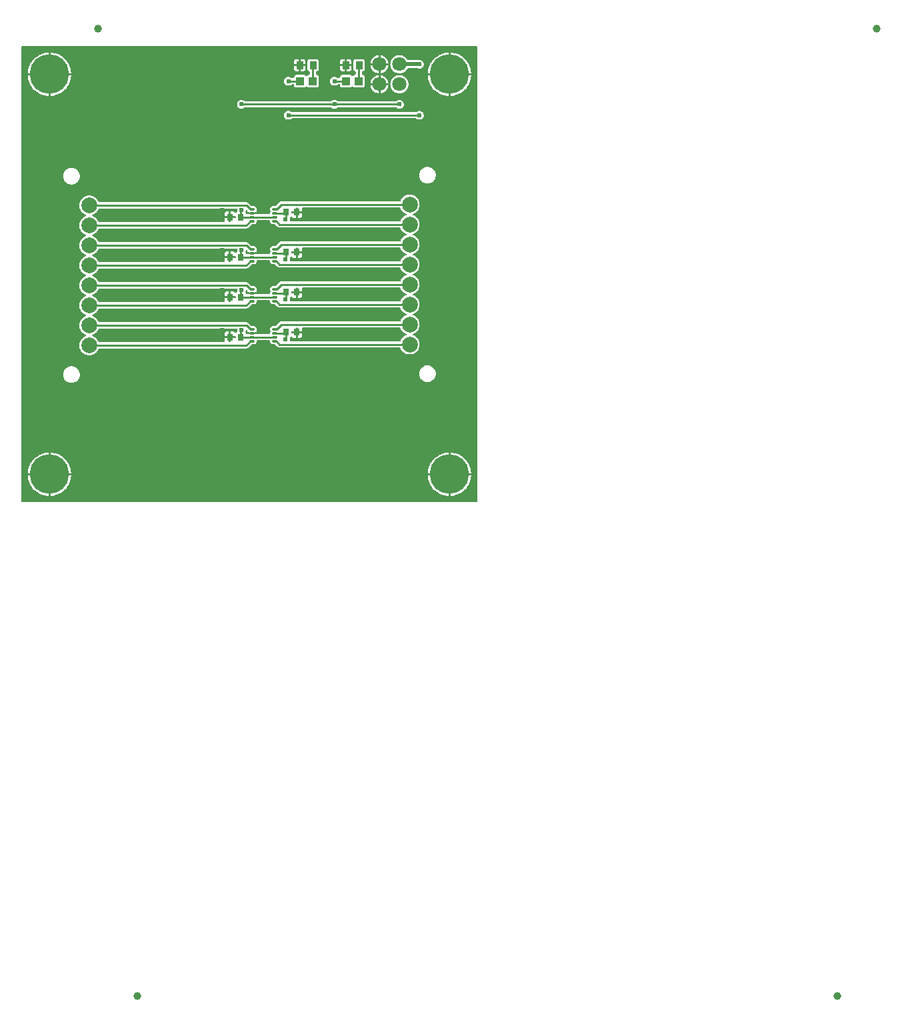
<source format=gtl>
G04 Layer: TopLayer*
G04 Panelize: V-CUT, Column: 2, Row: 2, Board Size: 58.42mm x 58.42mm, Panelized Board Size: 118.84mm x 118.84mm*
G04 EasyEDA v6.5.34, 2023-09-17 23:44:37*
G04 cd246424f58644acbb11c68d5f65e239,5a6b42c53f6a479593ecc07194224c93,10*
G04 Gerber Generator version 0.2*
G04 Scale: 100 percent, Rotated: No, Reflected: No *
G04 Dimensions in millimeters *
G04 leading zeros omitted , absolute positions ,4 integer and 5 decimal *
%FSLAX45Y45*%
%MOMM*%

%ADD10C,0.2540*%
%ADD11C,0.5000*%
%ADD12O,0.6999986X0.2999994*%
%ADD13R,1.0000X1.1000*%
%ADD14R,0.8999X1.0000*%
%ADD15R,0.8000X0.9000*%
%ADD16C,1.0000*%
%ADD17C,5.0000*%
%ADD18C,2.0000*%
%ADD19C,1.8000*%
%ADD20C,0.6096*%
%ADD21C,0.0144*%

%LPD*%
G36*
X5805932Y25908D02*
G01*
X36068Y26416D01*
X32156Y27178D01*
X28905Y29362D01*
X26670Y32664D01*
X25908Y36576D01*
X25908Y5805932D01*
X26670Y5809843D01*
X28905Y5813094D01*
X32156Y5815330D01*
X36068Y5816092D01*
X5805932Y5816092D01*
X5809843Y5815330D01*
X5813094Y5813094D01*
X5815330Y5809843D01*
X5816092Y5805932D01*
X5816092Y36068D01*
X5815330Y32207D01*
X5813094Y28905D01*
X5809843Y26670D01*
G37*

%LPC*%
G36*
X4584700Y5600700D02*
G01*
X4687112Y5600700D01*
X4686960Y5602528D01*
X4684268Y5616803D01*
X4679746Y5630672D01*
X4673549Y5643829D01*
X4665776Y5656122D01*
X4656480Y5667349D01*
X4645863Y5677306D01*
X4634077Y5685840D01*
X4621326Y5692851D01*
X4607814Y5698236D01*
X4593691Y5701842D01*
X4584700Y5702960D01*
G37*
G36*
X5448300Y105613D02*
G01*
X5448300Y368300D01*
X5185410Y368300D01*
X5187289Y346405D01*
X5191150Y323646D01*
X5196890Y301244D01*
X5204460Y279450D01*
X5213858Y258317D01*
X5224983Y238099D01*
X5237784Y218846D01*
X5252161Y200710D01*
X5267960Y183896D01*
X5285130Y168402D01*
X5303520Y154432D01*
X5323027Y142087D01*
X5343499Y131368D01*
X5364835Y122428D01*
X5386781Y115265D01*
X5409285Y109982D01*
X5432145Y106629D01*
G37*
G36*
X368300Y105613D02*
G01*
X368300Y368300D01*
X105410Y368300D01*
X107289Y346405D01*
X111150Y323646D01*
X116890Y301244D01*
X124460Y279450D01*
X133858Y258317D01*
X144983Y238099D01*
X157784Y218846D01*
X172161Y200710D01*
X187960Y183896D01*
X205130Y168402D01*
X223520Y154432D01*
X243027Y142087D01*
X263499Y131368D01*
X284835Y122428D01*
X306781Y115265D01*
X329285Y109982D01*
X352145Y106629D01*
G37*
G36*
X393700Y393700D02*
G01*
X656336Y393700D01*
X655929Y404063D01*
X653034Y427024D01*
X648208Y449630D01*
X641553Y471728D01*
X633018Y493217D01*
X622757Y513892D01*
X610819Y533704D01*
X597204Y552348D01*
X582117Y569874D01*
X565607Y586028D01*
X547827Y600760D01*
X528828Y613968D01*
X508812Y625500D01*
X487934Y635355D01*
X466242Y643382D01*
X443992Y649630D01*
X421284Y653948D01*
X398322Y656336D01*
X393700Y656437D01*
G37*
G36*
X5473700Y393700D02*
G01*
X5736336Y393700D01*
X5735929Y404063D01*
X5733034Y427024D01*
X5728208Y449630D01*
X5721553Y471728D01*
X5713018Y493217D01*
X5702757Y513892D01*
X5690819Y533704D01*
X5677204Y552348D01*
X5662117Y569874D01*
X5645607Y586028D01*
X5627827Y600760D01*
X5608828Y613968D01*
X5588812Y625500D01*
X5567934Y635355D01*
X5546242Y643382D01*
X5523992Y649630D01*
X5501284Y653948D01*
X5478322Y656336D01*
X5473700Y656437D01*
G37*
G36*
X5185410Y393700D02*
G01*
X5448300Y393700D01*
X5448300Y656386D01*
X5432145Y655370D01*
X5409285Y652018D01*
X5386781Y646734D01*
X5364835Y639572D01*
X5343499Y630631D01*
X5323027Y619912D01*
X5303520Y607568D01*
X5285130Y593598D01*
X5267960Y578104D01*
X5252161Y561289D01*
X5237784Y543153D01*
X5224983Y523900D01*
X5213858Y503682D01*
X5204460Y482549D01*
X5196890Y460756D01*
X5191150Y438353D01*
X5187289Y415594D01*
G37*
G36*
X105410Y393700D02*
G01*
X368300Y393700D01*
X368300Y656386D01*
X352145Y655370D01*
X329285Y652018D01*
X306781Y646734D01*
X284835Y639572D01*
X263499Y630631D01*
X243027Y619912D01*
X223520Y607568D01*
X205130Y593598D01*
X187960Y578104D01*
X172161Y561289D01*
X157784Y543153D01*
X144983Y523900D01*
X133858Y503682D01*
X124460Y482549D01*
X116890Y460756D01*
X111150Y438353D01*
X107289Y415594D01*
G37*
G36*
X660400Y1539900D02*
G01*
X674217Y1540814D01*
X687781Y1543507D01*
X700938Y1547977D01*
X713333Y1554073D01*
X724865Y1561795D01*
X735279Y1570939D01*
X744423Y1581353D01*
X752094Y1592834D01*
X758240Y1605280D01*
X762660Y1618386D01*
X765403Y1631950D01*
X766267Y1645767D01*
X765403Y1659636D01*
X762660Y1673199D01*
X758240Y1686306D01*
X752094Y1698752D01*
X744423Y1710232D01*
X735279Y1720646D01*
X724865Y1729790D01*
X713333Y1737512D01*
X700938Y1743608D01*
X687781Y1748078D01*
X674217Y1750771D01*
X660400Y1751685D01*
X646582Y1750771D01*
X633018Y1748078D01*
X619861Y1743608D01*
X607466Y1737512D01*
X595934Y1729790D01*
X585520Y1720646D01*
X576376Y1710232D01*
X568706Y1698752D01*
X562559Y1686306D01*
X558139Y1673199D01*
X555396Y1659636D01*
X554532Y1645767D01*
X555396Y1631950D01*
X558139Y1618386D01*
X562559Y1605280D01*
X568706Y1592834D01*
X576376Y1581353D01*
X585520Y1570939D01*
X595934Y1561795D01*
X607466Y1554073D01*
X619861Y1547977D01*
X633018Y1543507D01*
X646582Y1540814D01*
G37*
G36*
X5181600Y1551736D02*
G01*
X5195417Y1552600D01*
X5208981Y1555343D01*
X5222138Y1559763D01*
X5234533Y1565910D01*
X5246065Y1573580D01*
X5256479Y1582724D01*
X5265623Y1593138D01*
X5273294Y1604670D01*
X5279440Y1617065D01*
X5283860Y1630222D01*
X5286603Y1643786D01*
X5287467Y1657604D01*
X5286603Y1671421D01*
X5283860Y1684985D01*
X5279440Y1698142D01*
X5273294Y1710537D01*
X5265623Y1722069D01*
X5256479Y1732483D01*
X5246065Y1741627D01*
X5234533Y1749298D01*
X5222138Y1755444D01*
X5208981Y1759864D01*
X5195417Y1762607D01*
X5181600Y1763471D01*
X5167782Y1762607D01*
X5154218Y1759864D01*
X5141061Y1755444D01*
X5128666Y1749298D01*
X5117134Y1741627D01*
X5106720Y1732483D01*
X5097576Y1722069D01*
X5089906Y1710537D01*
X5083759Y1698142D01*
X5079339Y1684985D01*
X5076596Y1671421D01*
X5075732Y1657604D01*
X5076596Y1643786D01*
X5079339Y1630222D01*
X5083759Y1617065D01*
X5089906Y1604670D01*
X5097576Y1593138D01*
X5106720Y1582724D01*
X5117134Y1573580D01*
X5128666Y1565910D01*
X5141061Y1559763D01*
X5154218Y1555343D01*
X5167782Y1552600D01*
G37*
G36*
X885393Y1891538D02*
G01*
X900582Y1892452D01*
X915517Y1895195D01*
X930046Y1899716D01*
X943914Y1905914D01*
X956919Y1913788D01*
X968908Y1923186D01*
X979627Y1933905D01*
X989025Y1945893D01*
X996899Y1958898D01*
X1003147Y1972818D01*
X1005382Y1975967D01*
X1008583Y1978050D01*
X1012393Y1978761D01*
X2880512Y1978761D01*
X2888538Y1979574D01*
X2895752Y1981758D01*
X2902407Y1985314D01*
X2908655Y1990445D01*
X2945587Y2027428D01*
X2948889Y2029612D01*
X2952800Y2030374D01*
X2973324Y2030374D01*
X2981756Y2031238D01*
X2989427Y2033524D01*
X2996488Y2037334D01*
X3002686Y2042414D01*
X3007766Y2048611D01*
X3011525Y2055672D01*
X3013862Y2063343D01*
X3015081Y2075738D01*
X3017215Y2079345D01*
X3020618Y2081834D01*
X3024733Y2082698D01*
X3172866Y2082698D01*
X3176981Y2081834D01*
X3180384Y2079345D01*
X3182518Y2075738D01*
X3183737Y2063343D01*
X3186074Y2055672D01*
X3189833Y2048611D01*
X3194913Y2042414D01*
X3201111Y2037334D01*
X3208172Y2033524D01*
X3215843Y2031238D01*
X3224276Y2030374D01*
X3244799Y2030374D01*
X3248710Y2029612D01*
X3252012Y2027428D01*
X3277158Y2002282D01*
X3283356Y1997151D01*
X3290062Y1993595D01*
X3297275Y1991410D01*
X3305301Y1990598D01*
X4829606Y1990598D01*
X4833366Y1989886D01*
X4836617Y1987753D01*
X4838852Y1984603D01*
X4845100Y1970684D01*
X4852974Y1957679D01*
X4862372Y1945741D01*
X4873091Y1934972D01*
X4885080Y1925574D01*
X4898085Y1917750D01*
X4911953Y1911502D01*
X4926482Y1906981D01*
X4941417Y1904238D01*
X4956606Y1903323D01*
X4971745Y1904238D01*
X4986731Y1906981D01*
X5001209Y1911502D01*
X5015077Y1917750D01*
X5028082Y1925574D01*
X5040071Y1934972D01*
X5050840Y1945741D01*
X5060188Y1957679D01*
X5068062Y1970684D01*
X5074310Y1984552D01*
X5078831Y1999081D01*
X5081574Y2014016D01*
X5082489Y2029206D01*
X5081574Y2044395D01*
X5078831Y2059330D01*
X5074310Y2073859D01*
X5068062Y2087676D01*
X5060188Y2100732D01*
X5050840Y2112670D01*
X5040071Y2123440D01*
X5028082Y2132787D01*
X5015077Y2140661D01*
X5001158Y2146909D01*
X4998008Y2149144D01*
X4995926Y2152396D01*
X4995164Y2156206D01*
X4995926Y2160016D01*
X4998008Y2163216D01*
X5001158Y2165451D01*
X5015077Y2171750D01*
X5028082Y2179574D01*
X5040071Y2188972D01*
X5050840Y2199741D01*
X5060188Y2211679D01*
X5068062Y2224684D01*
X5074310Y2238552D01*
X5078831Y2253081D01*
X5081574Y2268016D01*
X5082489Y2283206D01*
X5081574Y2298395D01*
X5078831Y2313330D01*
X5074310Y2327859D01*
X5068062Y2341676D01*
X5060188Y2354732D01*
X5050840Y2366670D01*
X5040071Y2377440D01*
X5028082Y2386787D01*
X5015077Y2394661D01*
X5001158Y2400909D01*
X4998008Y2403144D01*
X4995926Y2406396D01*
X4995164Y2410206D01*
X4995926Y2414016D01*
X4998008Y2417216D01*
X5001158Y2419451D01*
X5015077Y2425750D01*
X5028082Y2433574D01*
X5040071Y2442972D01*
X5050840Y2453741D01*
X5060188Y2465679D01*
X5068062Y2478684D01*
X5074310Y2492552D01*
X5078831Y2507081D01*
X5081574Y2522016D01*
X5082489Y2537206D01*
X5081574Y2552395D01*
X5078831Y2567330D01*
X5074310Y2581859D01*
X5068062Y2595676D01*
X5060188Y2608732D01*
X5050840Y2620670D01*
X5040071Y2631440D01*
X5028082Y2640787D01*
X5015077Y2648661D01*
X5001158Y2654909D01*
X4998008Y2657144D01*
X4995926Y2660396D01*
X4995164Y2664206D01*
X4995926Y2668016D01*
X4998008Y2671216D01*
X5001158Y2673451D01*
X5015077Y2679750D01*
X5028082Y2687574D01*
X5040071Y2696972D01*
X5050840Y2707741D01*
X5060188Y2719679D01*
X5068062Y2732684D01*
X5074310Y2746552D01*
X5078831Y2761081D01*
X5081574Y2776016D01*
X5082489Y2791206D01*
X5081574Y2806395D01*
X5078831Y2821330D01*
X5074310Y2835859D01*
X5068062Y2849676D01*
X5060188Y2862732D01*
X5050840Y2874670D01*
X5040071Y2885440D01*
X5028082Y2894787D01*
X5015077Y2902661D01*
X5001158Y2908909D01*
X4998008Y2911144D01*
X4995926Y2914396D01*
X4995164Y2918206D01*
X4995926Y2922016D01*
X4998008Y2925216D01*
X5001158Y2927451D01*
X5015077Y2933750D01*
X5028082Y2941574D01*
X5040071Y2950972D01*
X5050840Y2961741D01*
X5060188Y2973679D01*
X5068062Y2986684D01*
X5074310Y3000552D01*
X5078831Y3015081D01*
X5081574Y3030016D01*
X5082489Y3045206D01*
X5081574Y3060395D01*
X5078831Y3075330D01*
X5074310Y3089859D01*
X5068062Y3103676D01*
X5060188Y3116732D01*
X5050840Y3128670D01*
X5040071Y3139440D01*
X5028082Y3148787D01*
X5015077Y3156661D01*
X5001158Y3162909D01*
X4998008Y3165144D01*
X4995926Y3168396D01*
X4995164Y3172206D01*
X4995926Y3176016D01*
X4998008Y3179216D01*
X5001158Y3181451D01*
X5015077Y3187750D01*
X5028082Y3195574D01*
X5040071Y3204972D01*
X5050840Y3215741D01*
X5060188Y3227679D01*
X5068062Y3240684D01*
X5074310Y3254552D01*
X5078831Y3269081D01*
X5081574Y3284016D01*
X5082489Y3299206D01*
X5081574Y3314395D01*
X5078831Y3329330D01*
X5074310Y3343859D01*
X5068062Y3357676D01*
X5060188Y3370732D01*
X5050840Y3382670D01*
X5040071Y3393440D01*
X5028082Y3402787D01*
X5015077Y3410661D01*
X5001158Y3416909D01*
X4998008Y3419144D01*
X4995926Y3422396D01*
X4995164Y3426206D01*
X4995926Y3430015D01*
X4998008Y3433216D01*
X5001158Y3435451D01*
X5015077Y3441750D01*
X5028082Y3449574D01*
X5040071Y3458972D01*
X5050840Y3469741D01*
X5060188Y3481679D01*
X5068062Y3494684D01*
X5074310Y3508552D01*
X5078831Y3523081D01*
X5081574Y3538016D01*
X5082489Y3553206D01*
X5081574Y3568395D01*
X5078831Y3583330D01*
X5074310Y3597859D01*
X5068062Y3611676D01*
X5060188Y3624732D01*
X5050840Y3636670D01*
X5040071Y3647440D01*
X5028082Y3656787D01*
X5015077Y3664661D01*
X5001158Y3670909D01*
X4998008Y3673144D01*
X4995926Y3676396D01*
X4995164Y3680206D01*
X4995926Y3684015D01*
X4998008Y3687216D01*
X5001158Y3689451D01*
X5015077Y3695750D01*
X5028082Y3703574D01*
X5040071Y3712972D01*
X5050840Y3723741D01*
X5060188Y3735679D01*
X5068062Y3748684D01*
X5074310Y3762552D01*
X5078831Y3777081D01*
X5081574Y3792016D01*
X5082489Y3807206D01*
X5081574Y3822395D01*
X5078831Y3837330D01*
X5074310Y3851859D01*
X5068062Y3865676D01*
X5060188Y3878732D01*
X5050840Y3890670D01*
X5040071Y3901440D01*
X5028082Y3910787D01*
X5015077Y3918661D01*
X5001209Y3924909D01*
X4986731Y3929430D01*
X4971745Y3932174D01*
X4956606Y3933088D01*
X4941417Y3932174D01*
X4926482Y3929430D01*
X4911953Y3924909D01*
X4898085Y3918661D01*
X4885080Y3910787D01*
X4873091Y3901440D01*
X4862372Y3890670D01*
X4852974Y3878732D01*
X4845100Y3865676D01*
X4838852Y3851808D01*
X4836617Y3848658D01*
X4833416Y3846525D01*
X4829606Y3845814D01*
X3325114Y3845814D01*
X3317087Y3845001D01*
X3309874Y3842816D01*
X3303168Y3839260D01*
X3296970Y3834129D01*
X3252012Y3789172D01*
X3248710Y3786987D01*
X3244799Y3786225D01*
X3224276Y3786225D01*
X3215843Y3785362D01*
X3208172Y3783076D01*
X3201111Y3779265D01*
X3194913Y3774186D01*
X3189833Y3767988D01*
X3186074Y3760927D01*
X3183737Y3753256D01*
X3182924Y3745280D01*
X3183737Y3737356D01*
X3186074Y3729685D01*
X3188512Y3725113D01*
X3189579Y3721963D01*
X3189579Y3718661D01*
X3188512Y3715512D01*
X3186074Y3710940D01*
X3183737Y3703269D01*
X3182518Y3690874D01*
X3180384Y3687267D01*
X3176981Y3684778D01*
X3172866Y3683914D01*
X2988106Y3683914D01*
X2985160Y3684371D01*
X2981096Y3685590D01*
X2977337Y3687673D01*
X2974797Y3691128D01*
X2973882Y3695293D01*
X2974797Y3699510D01*
X2977337Y3702964D01*
X2981096Y3705047D01*
X2989427Y3707536D01*
X2992374Y3707993D01*
X3012440Y3707993D01*
X3011525Y3710940D01*
X3009087Y3715512D01*
X3008020Y3718661D01*
X3008020Y3721963D01*
X3009087Y3725113D01*
X3011525Y3729685D01*
X3013862Y3737356D01*
X3014675Y3745280D01*
X3013862Y3753256D01*
X3011525Y3760927D01*
X3007766Y3767988D01*
X3002686Y3774186D01*
X2996488Y3779265D01*
X2989427Y3783076D01*
X2981756Y3785362D01*
X2973273Y3786225D01*
X2952800Y3786225D01*
X2948889Y3786987D01*
X2945587Y3789172D01*
X2912465Y3822344D01*
X2906217Y3827475D01*
X2899562Y3831031D01*
X2892348Y3833215D01*
X2884322Y3833977D01*
X1012393Y3833977D01*
X1008634Y3834739D01*
X1005382Y3836822D01*
X1003147Y3839972D01*
X996899Y3853891D01*
X989025Y3866896D01*
X979627Y3878884D01*
X968908Y3889654D01*
X956919Y3899001D01*
X943914Y3906875D01*
X930046Y3913124D01*
X915517Y3917645D01*
X900582Y3920388D01*
X885393Y3921302D01*
X870254Y3920388D01*
X855268Y3917645D01*
X840790Y3913124D01*
X826922Y3906875D01*
X813917Y3899001D01*
X801928Y3889654D01*
X791159Y3878884D01*
X781812Y3866896D01*
X773938Y3853891D01*
X767689Y3840022D01*
X763168Y3825544D01*
X760425Y3810558D01*
X759510Y3795420D01*
X760425Y3780231D01*
X763168Y3765296D01*
X767689Y3750767D01*
X773938Y3736898D01*
X781812Y3723894D01*
X791159Y3711905D01*
X801928Y3701186D01*
X813917Y3691788D01*
X826922Y3683914D01*
X840841Y3677665D01*
X843991Y3675430D01*
X846074Y3672179D01*
X846836Y3668420D01*
X846074Y3664610D01*
X843991Y3661359D01*
X840841Y3659124D01*
X826922Y3652875D01*
X813917Y3645001D01*
X801928Y3635654D01*
X791159Y3624884D01*
X781812Y3612896D01*
X773938Y3599891D01*
X767689Y3586022D01*
X763168Y3571544D01*
X760425Y3556558D01*
X759510Y3541420D01*
X760425Y3526231D01*
X763168Y3511296D01*
X767689Y3496767D01*
X773938Y3482898D01*
X781812Y3469894D01*
X791159Y3457905D01*
X801928Y3447186D01*
X813917Y3437788D01*
X826922Y3429914D01*
X840841Y3423665D01*
X843991Y3421430D01*
X846074Y3418179D01*
X846836Y3414420D01*
X846074Y3410610D01*
X843991Y3407359D01*
X840841Y3405124D01*
X826922Y3398875D01*
X813917Y3391001D01*
X801928Y3381654D01*
X791159Y3370884D01*
X781812Y3358896D01*
X773938Y3345891D01*
X767689Y3332022D01*
X763168Y3317544D01*
X760425Y3302558D01*
X759510Y3287420D01*
X760425Y3272231D01*
X763168Y3257296D01*
X767689Y3242767D01*
X773938Y3228898D01*
X781812Y3215894D01*
X791159Y3203905D01*
X801928Y3193186D01*
X813917Y3183788D01*
X826922Y3175914D01*
X840841Y3169666D01*
X843991Y3167430D01*
X846074Y3164179D01*
X846836Y3160420D01*
X846074Y3156610D01*
X843991Y3153359D01*
X840841Y3151124D01*
X826922Y3144875D01*
X813917Y3137001D01*
X801928Y3127654D01*
X791159Y3116884D01*
X781812Y3104896D01*
X773938Y3091891D01*
X767689Y3078022D01*
X763168Y3063544D01*
X760425Y3048558D01*
X759510Y3033420D01*
X760425Y3018231D01*
X763168Y3003296D01*
X767689Y2988767D01*
X773938Y2974898D01*
X781812Y2961894D01*
X791159Y2949905D01*
X801928Y2939186D01*
X813917Y2929788D01*
X826922Y2921914D01*
X840841Y2915666D01*
X843991Y2913430D01*
X846074Y2910179D01*
X846836Y2906420D01*
X846074Y2902610D01*
X843991Y2899359D01*
X840841Y2897124D01*
X826922Y2890875D01*
X813917Y2883001D01*
X801928Y2873654D01*
X791159Y2862884D01*
X781812Y2850896D01*
X773938Y2837891D01*
X767689Y2824022D01*
X763168Y2809544D01*
X760425Y2794558D01*
X759510Y2779420D01*
X760425Y2764231D01*
X763168Y2749296D01*
X767689Y2734767D01*
X773938Y2720898D01*
X781812Y2707894D01*
X791159Y2695905D01*
X801928Y2685186D01*
X813917Y2675788D01*
X826922Y2667914D01*
X840841Y2661666D01*
X843991Y2659430D01*
X846074Y2656179D01*
X846836Y2652420D01*
X846074Y2648610D01*
X843991Y2645359D01*
X840841Y2643124D01*
X826922Y2636875D01*
X813917Y2629001D01*
X801928Y2619654D01*
X791159Y2608884D01*
X781812Y2596896D01*
X773938Y2583891D01*
X767689Y2570022D01*
X763168Y2555544D01*
X760425Y2540558D01*
X759510Y2525420D01*
X760425Y2510231D01*
X763168Y2495296D01*
X767689Y2480767D01*
X773938Y2466898D01*
X781812Y2453894D01*
X791159Y2441905D01*
X801928Y2431186D01*
X813917Y2421788D01*
X826922Y2413914D01*
X840841Y2407666D01*
X843991Y2405430D01*
X846074Y2402179D01*
X846836Y2398420D01*
X846074Y2394610D01*
X843991Y2391359D01*
X840841Y2389124D01*
X826922Y2382875D01*
X813917Y2375001D01*
X801928Y2365654D01*
X791159Y2354884D01*
X781812Y2342896D01*
X773938Y2329891D01*
X767689Y2316022D01*
X763168Y2301544D01*
X760425Y2286558D01*
X759510Y2271420D01*
X760425Y2256231D01*
X763168Y2241296D01*
X767689Y2226767D01*
X773938Y2212898D01*
X781812Y2199894D01*
X791159Y2187905D01*
X801928Y2177186D01*
X813917Y2167788D01*
X826922Y2159914D01*
X840841Y2153666D01*
X843991Y2151430D01*
X846074Y2148179D01*
X846836Y2144420D01*
X846074Y2140610D01*
X843991Y2137359D01*
X840841Y2135124D01*
X826922Y2128875D01*
X813917Y2121001D01*
X801928Y2111654D01*
X791159Y2100884D01*
X781812Y2088896D01*
X773938Y2075891D01*
X767689Y2062022D01*
X763168Y2047544D01*
X760425Y2032558D01*
X759510Y2017420D01*
X760425Y2002231D01*
X763168Y1987296D01*
X767689Y1972767D01*
X773938Y1958898D01*
X781812Y1945893D01*
X791159Y1933905D01*
X801928Y1923186D01*
X813917Y1913788D01*
X826922Y1905914D01*
X840790Y1899716D01*
X855268Y1895195D01*
X870254Y1892452D01*
G37*
G36*
X4456887Y5600700D02*
G01*
X4559300Y5600700D01*
X4559300Y5702960D01*
X4550308Y5701842D01*
X4536186Y5698236D01*
X4522673Y5692851D01*
X4509922Y5685840D01*
X4498136Y5677306D01*
X4487519Y5667349D01*
X4478223Y5656122D01*
X4470450Y5643829D01*
X4464253Y5630672D01*
X4459732Y5616803D01*
X4457039Y5602528D01*
G37*
G36*
X4156811Y5588000D02*
G01*
X4214977Y5588000D01*
X4214977Y5624728D01*
X4214266Y5631027D01*
X4212386Y5636514D01*
X4209288Y5641390D01*
X4205224Y5645505D01*
X4200296Y5648604D01*
X4194860Y5650484D01*
X4188510Y5651195D01*
X4156811Y5651195D01*
G37*
G36*
X3572611Y5588000D02*
G01*
X3630777Y5588000D01*
X3630777Y5624728D01*
X3630066Y5631027D01*
X3628186Y5636514D01*
X3625087Y5641390D01*
X3621024Y5645505D01*
X3616096Y5648604D01*
X3610660Y5650484D01*
X3604310Y5651195D01*
X3572611Y5651195D01*
G37*
G36*
X4073194Y5588000D02*
G01*
X4131411Y5588000D01*
X4131411Y5651195D01*
X4099661Y5651195D01*
X4093362Y5650484D01*
X4087876Y5648604D01*
X4082999Y5645505D01*
X4078884Y5641390D01*
X4075785Y5636514D01*
X4073906Y5631027D01*
X4073194Y5624728D01*
G37*
G36*
X3488994Y5588000D02*
G01*
X3547211Y5588000D01*
X3547211Y5651195D01*
X3515461Y5651195D01*
X3509162Y5650484D01*
X3503676Y5648604D01*
X3498799Y5645505D01*
X3494684Y5641390D01*
X3491585Y5636514D01*
X3489706Y5631027D01*
X3488994Y5624728D01*
G37*
G36*
X4156811Y5499404D02*
G01*
X4188510Y5499404D01*
X4194860Y5500116D01*
X4200296Y5501995D01*
X4205224Y5505094D01*
X4209288Y5509158D01*
X4212386Y5514086D01*
X4214266Y5519521D01*
X4214977Y5525871D01*
X4214977Y5562600D01*
X4156811Y5562600D01*
G37*
G36*
X3572611Y5499404D02*
G01*
X3604310Y5499404D01*
X3610660Y5500116D01*
X3616096Y5501995D01*
X3621024Y5505094D01*
X3625087Y5509158D01*
X3628186Y5514086D01*
X3630066Y5519521D01*
X3630777Y5525871D01*
X3630777Y5562600D01*
X3572611Y5562600D01*
G37*
G36*
X4099661Y5499404D02*
G01*
X4131411Y5499404D01*
X4131411Y5562600D01*
X4073194Y5562600D01*
X4073194Y5525871D01*
X4073906Y5519521D01*
X4075785Y5514086D01*
X4078884Y5509158D01*
X4082999Y5505094D01*
X4087876Y5501995D01*
X4093362Y5500116D01*
G37*
G36*
X3515461Y5499404D02*
G01*
X3547211Y5499404D01*
X3547211Y5562600D01*
X3488994Y5562600D01*
X3488994Y5525871D01*
X3489706Y5519521D01*
X3491585Y5514086D01*
X3494684Y5509158D01*
X3498799Y5505094D01*
X3503676Y5501995D01*
X3509162Y5500116D01*
G37*
G36*
X105410Y5473700D02*
G01*
X368300Y5473700D01*
X368300Y5736386D01*
X352145Y5735370D01*
X329285Y5732018D01*
X306781Y5726734D01*
X284835Y5719572D01*
X263499Y5710631D01*
X243027Y5699912D01*
X223520Y5687568D01*
X205130Y5673598D01*
X187960Y5658104D01*
X172161Y5641289D01*
X157784Y5623153D01*
X144983Y5603900D01*
X133858Y5583682D01*
X124460Y5562549D01*
X116890Y5540756D01*
X111150Y5518353D01*
X107289Y5495594D01*
G37*
G36*
X5185410Y5473700D02*
G01*
X5448300Y5473700D01*
X5448300Y5736386D01*
X5432145Y5735370D01*
X5409285Y5732018D01*
X5386781Y5726734D01*
X5364835Y5719572D01*
X5343499Y5710631D01*
X5323027Y5699912D01*
X5303520Y5687568D01*
X5285130Y5673598D01*
X5267960Y5658104D01*
X5252161Y5641289D01*
X5237784Y5623153D01*
X5224983Y5603900D01*
X5213858Y5583682D01*
X5204460Y5562549D01*
X5196890Y5540756D01*
X5191150Y5518353D01*
X5187289Y5495594D01*
G37*
G36*
X393700Y5473700D02*
G01*
X656336Y5473700D01*
X655929Y5484063D01*
X653034Y5507024D01*
X648208Y5529630D01*
X641553Y5551728D01*
X633018Y5573217D01*
X622757Y5593892D01*
X610819Y5613704D01*
X597204Y5632348D01*
X582117Y5649874D01*
X565607Y5666028D01*
X547827Y5680760D01*
X528828Y5693968D01*
X508812Y5705500D01*
X487934Y5715355D01*
X466242Y5723382D01*
X443992Y5729630D01*
X421284Y5733948D01*
X398322Y5736336D01*
X393700Y5736437D01*
G37*
G36*
X5473700Y5473700D02*
G01*
X5736336Y5473700D01*
X5735929Y5484063D01*
X5733034Y5507024D01*
X5728208Y5529630D01*
X5721553Y5551728D01*
X5713018Y5573217D01*
X5702757Y5593892D01*
X5690819Y5613704D01*
X5677204Y5632348D01*
X5662117Y5649874D01*
X5645607Y5666028D01*
X5627827Y5680760D01*
X5608828Y5693968D01*
X5588812Y5705500D01*
X5567934Y5715355D01*
X5546242Y5723382D01*
X5523992Y5729630D01*
X5501284Y5733948D01*
X5478322Y5736336D01*
X5473700Y5736437D01*
G37*
G36*
X4584700Y5473039D02*
G01*
X4593691Y5474157D01*
X4607814Y5477764D01*
X4621326Y5483148D01*
X4634077Y5490159D01*
X4645863Y5498693D01*
X4656480Y5508650D01*
X4665776Y5519877D01*
X4673549Y5532170D01*
X4679746Y5545328D01*
X4684268Y5559196D01*
X4686960Y5573471D01*
X4687112Y5575300D01*
X4584700Y5575300D01*
G37*
G36*
X4559300Y5473039D02*
G01*
X4559300Y5575300D01*
X4456887Y5575300D01*
X4457039Y5573471D01*
X4459732Y5559196D01*
X4464253Y5545328D01*
X4470450Y5532170D01*
X4478223Y5519877D01*
X4487519Y5508650D01*
X4498136Y5498693D01*
X4509922Y5490159D01*
X4522673Y5483148D01*
X4536186Y5477764D01*
X4550308Y5474157D01*
G37*
G36*
X4818735Y5472328D02*
G01*
X4833264Y5472328D01*
X4847691Y5474157D01*
X4861814Y5477764D01*
X4875326Y5483148D01*
X4888077Y5490159D01*
X4899863Y5498693D01*
X4910480Y5508650D01*
X4919776Y5519877D01*
X4927701Y5532424D01*
X4929987Y5534964D01*
X4932934Y5536590D01*
X4936286Y5537149D01*
X5053990Y5537149D01*
X5058257Y5536184D01*
X5060746Y5535066D01*
X5070195Y5532526D01*
X5080000Y5531662D01*
X5089804Y5532526D01*
X5099253Y5535066D01*
X5108194Y5539181D01*
X5116220Y5544820D01*
X5123180Y5551779D01*
X5128818Y5559806D01*
X5132933Y5568746D01*
X5135473Y5578195D01*
X5136337Y5588000D01*
X5135473Y5597804D01*
X5132933Y5607253D01*
X5128818Y5616194D01*
X5123180Y5624220D01*
X5116220Y5631180D01*
X5108194Y5636818D01*
X5099253Y5640933D01*
X5089804Y5643473D01*
X5080000Y5644337D01*
X5070195Y5643473D01*
X5060746Y5640933D01*
X5058511Y5639917D01*
X5054193Y5638952D01*
X4936236Y5638952D01*
X4932883Y5639511D01*
X4929936Y5641136D01*
X4927650Y5643676D01*
X4919776Y5656122D01*
X4910480Y5667349D01*
X4899863Y5677306D01*
X4888077Y5685840D01*
X4875326Y5692851D01*
X4861814Y5698236D01*
X4847691Y5701842D01*
X4833264Y5703671D01*
X4818735Y5703671D01*
X4804308Y5701842D01*
X4790186Y5698236D01*
X4776673Y5692851D01*
X4763922Y5685840D01*
X4752136Y5677306D01*
X4741519Y5667349D01*
X4732223Y5656122D01*
X4724450Y5643829D01*
X4718253Y5630672D01*
X4713732Y5616803D01*
X4711039Y5602528D01*
X4710125Y5588000D01*
X4711039Y5573471D01*
X4713732Y5559196D01*
X4718253Y5545328D01*
X4724450Y5532170D01*
X4732223Y5519877D01*
X4741519Y5508650D01*
X4752136Y5498693D01*
X4763922Y5490159D01*
X4776673Y5483148D01*
X4790186Y5477764D01*
X4804308Y5474157D01*
G37*
G36*
X4584700Y5346700D02*
G01*
X4687112Y5346700D01*
X4686960Y5348528D01*
X4684268Y5362803D01*
X4679746Y5376672D01*
X4673549Y5389829D01*
X4665776Y5402122D01*
X4656480Y5413349D01*
X4645863Y5423306D01*
X4634077Y5431840D01*
X4621326Y5438851D01*
X4607814Y5444236D01*
X4593691Y5447842D01*
X4584700Y5448960D01*
G37*
G36*
X4456887Y5346700D02*
G01*
X4559300Y5346700D01*
X4559300Y5448960D01*
X4550308Y5447842D01*
X4536186Y5444236D01*
X4522673Y5438851D01*
X4509922Y5431840D01*
X4498136Y5423306D01*
X4487519Y5413349D01*
X4478223Y5402122D01*
X4470450Y5389829D01*
X4464253Y5376672D01*
X4459732Y5362803D01*
X4457039Y5348528D01*
G37*
G36*
X3515461Y5291175D02*
G01*
X3614318Y5291175D01*
X3620668Y5291886D01*
X3626104Y5293817D01*
X3631031Y5296916D01*
X3635095Y5300980D01*
X3636314Y5302859D01*
X3639108Y5305806D01*
X3642868Y5307431D01*
X3646932Y5307431D01*
X3650691Y5305806D01*
X3653485Y5302859D01*
X3654704Y5300980D01*
X3658768Y5296916D01*
X3663696Y5293817D01*
X3669131Y5291886D01*
X3675481Y5291175D01*
X3774338Y5291175D01*
X3780637Y5291886D01*
X3786124Y5293817D01*
X3791000Y5296916D01*
X3795115Y5300980D01*
X3798163Y5305907D01*
X3800094Y5311343D01*
X3800805Y5317693D01*
X3800805Y5426506D01*
X3800094Y5432856D01*
X3798163Y5438292D01*
X3795115Y5443220D01*
X3791000Y5447284D01*
X3786124Y5450382D01*
X3780739Y5452262D01*
X3772662Y5453075D01*
X3769106Y5454091D01*
X3766108Y5456326D01*
X3764178Y5459526D01*
X3763467Y5463184D01*
X3763467Y5489244D01*
X3764178Y5492902D01*
X3766108Y5496052D01*
X3769106Y5498287D01*
X3772662Y5499354D01*
X3780688Y5500116D01*
X3786124Y5501995D01*
X3791000Y5505094D01*
X3795115Y5509158D01*
X3798163Y5514086D01*
X3800094Y5519521D01*
X3800805Y5525871D01*
X3800805Y5624728D01*
X3800094Y5631027D01*
X3798163Y5636514D01*
X3795115Y5641390D01*
X3791000Y5645505D01*
X3786124Y5648604D01*
X3780637Y5650484D01*
X3774338Y5651195D01*
X3685489Y5651195D01*
X3679139Y5650484D01*
X3673703Y5648604D01*
X3668776Y5645505D01*
X3664712Y5641390D01*
X3661613Y5636514D01*
X3659682Y5631027D01*
X3658971Y5624728D01*
X3658971Y5525871D01*
X3659682Y5519521D01*
X3661613Y5514086D01*
X3664712Y5509158D01*
X3668776Y5505094D01*
X3673703Y5501995D01*
X3679494Y5499963D01*
X3683000Y5497830D01*
X3685438Y5494477D01*
X3686251Y5490413D01*
X3686251Y5463184D01*
X3685590Y5459526D01*
X3683660Y5456326D01*
X3680663Y5454091D01*
X3677107Y5453075D01*
X3669080Y5452262D01*
X3663696Y5450382D01*
X3658768Y5447284D01*
X3654704Y5443220D01*
X3653485Y5441340D01*
X3650691Y5438394D01*
X3646932Y5436768D01*
X3642868Y5436768D01*
X3639108Y5438394D01*
X3636314Y5441340D01*
X3635095Y5443220D01*
X3631031Y5447284D01*
X3626104Y5450382D01*
X3620668Y5452313D01*
X3614318Y5453024D01*
X3515461Y5453024D01*
X3509162Y5452313D01*
X3503676Y5450382D01*
X3498799Y5447284D01*
X3494684Y5443220D01*
X3491636Y5438292D01*
X3489706Y5432856D01*
X3488994Y5426506D01*
X3488994Y5420868D01*
X3488232Y5416956D01*
X3485997Y5413705D01*
X3482746Y5411470D01*
X3478834Y5410708D01*
X3461308Y5410708D01*
X3457397Y5411470D01*
X3454095Y5413705D01*
X3452520Y5415280D01*
X3444494Y5420918D01*
X3435553Y5425033D01*
X3426104Y5427573D01*
X3416300Y5428437D01*
X3406495Y5427573D01*
X3397046Y5425033D01*
X3388106Y5420918D01*
X3380079Y5415280D01*
X3373120Y5408320D01*
X3367481Y5400294D01*
X3363366Y5391353D01*
X3360826Y5381904D01*
X3359962Y5372100D01*
X3360826Y5362295D01*
X3363366Y5352846D01*
X3367481Y5343906D01*
X3373120Y5335879D01*
X3380079Y5328920D01*
X3388106Y5323281D01*
X3397046Y5319166D01*
X3406495Y5316626D01*
X3416300Y5315762D01*
X3426104Y5316626D01*
X3435553Y5319166D01*
X3444494Y5323281D01*
X3452520Y5328920D01*
X3454095Y5330494D01*
X3457397Y5332730D01*
X3461308Y5333492D01*
X3478834Y5333492D01*
X3482746Y5332730D01*
X3485997Y5330494D01*
X3488232Y5327243D01*
X3488994Y5323332D01*
X3488994Y5317693D01*
X3489706Y5311343D01*
X3491636Y5305907D01*
X3494684Y5300980D01*
X3498799Y5296916D01*
X3503676Y5293817D01*
X3509162Y5291886D01*
G37*
G36*
X4099661Y5291175D02*
G01*
X4198518Y5291175D01*
X4204868Y5291886D01*
X4210304Y5293817D01*
X4215231Y5296916D01*
X4219295Y5300980D01*
X4220514Y5302859D01*
X4223308Y5305806D01*
X4227068Y5307431D01*
X4231132Y5307431D01*
X4234891Y5305806D01*
X4237685Y5302859D01*
X4238904Y5300980D01*
X4242968Y5296916D01*
X4247896Y5293817D01*
X4253331Y5291886D01*
X4259681Y5291175D01*
X4358538Y5291175D01*
X4364837Y5291886D01*
X4370324Y5293817D01*
X4375200Y5296916D01*
X4379315Y5300980D01*
X4382363Y5305907D01*
X4384294Y5311343D01*
X4385005Y5317693D01*
X4385005Y5426506D01*
X4384294Y5432856D01*
X4382363Y5438292D01*
X4379315Y5443220D01*
X4375200Y5447284D01*
X4370324Y5450382D01*
X4364939Y5452262D01*
X4356862Y5453075D01*
X4353306Y5454091D01*
X4350308Y5456326D01*
X4348378Y5459526D01*
X4347667Y5463184D01*
X4347667Y5489244D01*
X4348378Y5492902D01*
X4350308Y5496052D01*
X4353306Y5498287D01*
X4356862Y5499354D01*
X4364888Y5500116D01*
X4370324Y5501995D01*
X4375200Y5505094D01*
X4379315Y5509158D01*
X4382363Y5514086D01*
X4384294Y5519521D01*
X4385005Y5525871D01*
X4385005Y5624728D01*
X4384294Y5631027D01*
X4382363Y5636514D01*
X4379315Y5641390D01*
X4375200Y5645505D01*
X4370324Y5648604D01*
X4364837Y5650484D01*
X4358538Y5651195D01*
X4269689Y5651195D01*
X4263339Y5650484D01*
X4257903Y5648604D01*
X4252976Y5645505D01*
X4248912Y5641390D01*
X4245813Y5636514D01*
X4243882Y5631027D01*
X4243171Y5624728D01*
X4243171Y5525871D01*
X4243882Y5519521D01*
X4245813Y5514086D01*
X4248912Y5509158D01*
X4252976Y5505094D01*
X4257903Y5501995D01*
X4263694Y5499963D01*
X4267200Y5497830D01*
X4269638Y5494477D01*
X4270451Y5490413D01*
X4270451Y5463184D01*
X4269790Y5459526D01*
X4267860Y5456326D01*
X4264863Y5454091D01*
X4261307Y5453075D01*
X4253280Y5452262D01*
X4247896Y5450382D01*
X4242968Y5447284D01*
X4238904Y5443220D01*
X4237685Y5441340D01*
X4234891Y5438394D01*
X4231132Y5436768D01*
X4227068Y5436768D01*
X4223308Y5438394D01*
X4220514Y5441340D01*
X4219295Y5443220D01*
X4215231Y5447284D01*
X4210304Y5450382D01*
X4204868Y5452313D01*
X4198518Y5453024D01*
X4099661Y5453024D01*
X4093362Y5452313D01*
X4087876Y5450382D01*
X4082999Y5447284D01*
X4078884Y5443220D01*
X4075836Y5438292D01*
X4073906Y5432856D01*
X4073194Y5426506D01*
X4073194Y5420868D01*
X4072432Y5416956D01*
X4070197Y5413705D01*
X4066946Y5411470D01*
X4063034Y5410708D01*
X4045508Y5410708D01*
X4041597Y5411470D01*
X4038295Y5413705D01*
X4036720Y5415280D01*
X4028694Y5420918D01*
X4019753Y5425033D01*
X4010304Y5427573D01*
X4000500Y5428437D01*
X3990695Y5427573D01*
X3981246Y5425033D01*
X3972306Y5420918D01*
X3964279Y5415280D01*
X3957320Y5408320D01*
X3951681Y5400294D01*
X3947566Y5391353D01*
X3945026Y5381904D01*
X3944162Y5372100D01*
X3945026Y5362295D01*
X3947566Y5352846D01*
X3951681Y5343906D01*
X3957320Y5335879D01*
X3964279Y5328920D01*
X3972306Y5323281D01*
X3981246Y5319166D01*
X3990695Y5316626D01*
X4000500Y5315762D01*
X4010304Y5316626D01*
X4019753Y5319166D01*
X4028694Y5323281D01*
X4036720Y5328920D01*
X4038295Y5330494D01*
X4041597Y5332730D01*
X4045508Y5333492D01*
X4063034Y5333492D01*
X4066946Y5332730D01*
X4070197Y5330494D01*
X4072432Y5327243D01*
X4073194Y5323332D01*
X4073194Y5317693D01*
X4073906Y5311343D01*
X4075836Y5305907D01*
X4078884Y5300980D01*
X4082999Y5296916D01*
X4087876Y5293817D01*
X4093362Y5291886D01*
G37*
G36*
X4584700Y5219039D02*
G01*
X4593691Y5220157D01*
X4607814Y5223764D01*
X4621326Y5229148D01*
X4634077Y5236159D01*
X4645863Y5244693D01*
X4656480Y5254650D01*
X4665776Y5265877D01*
X4673549Y5278170D01*
X4679746Y5291328D01*
X4684268Y5305196D01*
X4686960Y5319471D01*
X4687112Y5321300D01*
X4584700Y5321300D01*
G37*
G36*
X4559300Y5219039D02*
G01*
X4559300Y5321300D01*
X4456887Y5321300D01*
X4457039Y5319471D01*
X4459732Y5305196D01*
X4464253Y5291328D01*
X4470450Y5278170D01*
X4478223Y5265877D01*
X4487519Y5254650D01*
X4498136Y5244693D01*
X4509922Y5236159D01*
X4522673Y5229148D01*
X4536186Y5223764D01*
X4550308Y5220157D01*
G37*
G36*
X393700Y105562D02*
G01*
X398322Y105664D01*
X421284Y108051D01*
X443992Y112369D01*
X466242Y118618D01*
X487934Y126644D01*
X508812Y136499D01*
X528828Y148031D01*
X547827Y161239D01*
X565607Y175971D01*
X582117Y192125D01*
X597204Y209600D01*
X610819Y228295D01*
X622757Y248107D01*
X633018Y268782D01*
X641553Y290271D01*
X648208Y312369D01*
X653034Y334975D01*
X655929Y357936D01*
X656336Y368300D01*
X393700Y368300D01*
G37*
G36*
X5473700Y105562D02*
G01*
X5478322Y105664D01*
X5501284Y108051D01*
X5523992Y112369D01*
X5546242Y118618D01*
X5567934Y126644D01*
X5588812Y136499D01*
X5608828Y148031D01*
X5627827Y161239D01*
X5645607Y175971D01*
X5662117Y192125D01*
X5677204Y209600D01*
X5690819Y228295D01*
X5702757Y248107D01*
X5713018Y268782D01*
X5721553Y290271D01*
X5728208Y312369D01*
X5733034Y334975D01*
X5735929Y357936D01*
X5736336Y368300D01*
X5473700Y368300D01*
G37*
G36*
X660400Y4061104D02*
G01*
X674217Y4062018D01*
X687781Y4064711D01*
X700938Y4069181D01*
X713333Y4075277D01*
X724865Y4082999D01*
X735279Y4092143D01*
X744423Y4102557D01*
X752094Y4114037D01*
X758240Y4126484D01*
X762660Y4139590D01*
X765403Y4153154D01*
X766267Y4166971D01*
X765403Y4180840D01*
X762660Y4194403D01*
X758240Y4207510D01*
X752094Y4219956D01*
X744423Y4231436D01*
X735279Y4241850D01*
X724865Y4250994D01*
X713333Y4258716D01*
X700938Y4264812D01*
X687781Y4269282D01*
X674217Y4271975D01*
X660400Y4272889D01*
X646582Y4271975D01*
X633018Y4269282D01*
X619861Y4264812D01*
X607466Y4258716D01*
X595934Y4250994D01*
X585520Y4241850D01*
X576376Y4231436D01*
X568706Y4219956D01*
X562559Y4207510D01*
X558139Y4194403D01*
X555396Y4180840D01*
X554532Y4166971D01*
X555396Y4153154D01*
X558139Y4139590D01*
X562559Y4126484D01*
X568706Y4114037D01*
X576376Y4102557D01*
X585520Y4092143D01*
X595934Y4082999D01*
X607466Y4075277D01*
X619861Y4069181D01*
X633018Y4064711D01*
X646582Y4062018D01*
G37*
G36*
X5181600Y4072890D02*
G01*
X5195417Y4073804D01*
X5208981Y4076496D01*
X5222138Y4080967D01*
X5234533Y4087063D01*
X5246065Y4094784D01*
X5256479Y4103928D01*
X5265623Y4114342D01*
X5273294Y4125823D01*
X5279440Y4138269D01*
X5283860Y4151376D01*
X5286603Y4164939D01*
X5287467Y4178757D01*
X5286603Y4192625D01*
X5283860Y4206189D01*
X5279440Y4219295D01*
X5273294Y4231741D01*
X5265623Y4243222D01*
X5256479Y4253636D01*
X5246065Y4262780D01*
X5234533Y4270502D01*
X5222138Y4276598D01*
X5208981Y4281068D01*
X5195417Y4283760D01*
X5181600Y4284675D01*
X5167782Y4283760D01*
X5154218Y4281068D01*
X5141061Y4276598D01*
X5128666Y4270502D01*
X5117134Y4262780D01*
X5106720Y4253636D01*
X5097576Y4243222D01*
X5089906Y4231741D01*
X5083759Y4219295D01*
X5079339Y4206189D01*
X5076596Y4192625D01*
X5075732Y4178757D01*
X5076596Y4164939D01*
X5079339Y4151376D01*
X5083759Y4138269D01*
X5089906Y4125823D01*
X5097576Y4114342D01*
X5106720Y4103928D01*
X5117134Y4094784D01*
X5128666Y4087063D01*
X5141061Y4080967D01*
X5154218Y4076496D01*
X5167782Y4073804D01*
G37*
G36*
X3416300Y4883962D02*
G01*
X3426104Y4884826D01*
X3435553Y4887366D01*
X3444494Y4891481D01*
X3452520Y4897120D01*
X3454095Y4898694D01*
X3457397Y4900930D01*
X3461308Y4901692D01*
X5034940Y4901742D01*
X5038852Y4900980D01*
X5042154Y4898745D01*
X5043779Y4897120D01*
X5051806Y4891481D01*
X5060746Y4887366D01*
X5070195Y4884826D01*
X5080000Y4883962D01*
X5089804Y4884826D01*
X5099253Y4887366D01*
X5108194Y4891481D01*
X5116220Y4897120D01*
X5123180Y4904079D01*
X5128818Y4912106D01*
X5132933Y4921046D01*
X5135473Y4930495D01*
X5136337Y4940300D01*
X5135473Y4950104D01*
X5132933Y4959553D01*
X5128818Y4968494D01*
X5123180Y4976520D01*
X5116220Y4983480D01*
X5108194Y4989118D01*
X5099253Y4993233D01*
X5089804Y4995773D01*
X5080000Y4996637D01*
X5070195Y4995773D01*
X5060746Y4993233D01*
X5051806Y4989118D01*
X5043779Y4983480D01*
X5042255Y4981956D01*
X5038953Y4979720D01*
X5035042Y4978958D01*
X3461308Y4978908D01*
X3457397Y4979670D01*
X3454095Y4981905D01*
X3452520Y4983480D01*
X3444494Y4989118D01*
X3435553Y4993233D01*
X3426104Y4995773D01*
X3416300Y4996637D01*
X3406495Y4995773D01*
X3397046Y4993233D01*
X3388106Y4989118D01*
X3380079Y4983480D01*
X3373120Y4976520D01*
X3367481Y4968494D01*
X3363366Y4959553D01*
X3360826Y4950104D01*
X3359962Y4940300D01*
X3360826Y4930495D01*
X3363366Y4921046D01*
X3367481Y4912106D01*
X3373120Y4904079D01*
X3380079Y4897120D01*
X3388106Y4891481D01*
X3397046Y4887366D01*
X3406495Y4884826D01*
G37*
G36*
X4826000Y5022138D02*
G01*
X4835804Y5023002D01*
X4845253Y5025542D01*
X4854194Y5029708D01*
X4862220Y5035346D01*
X4869180Y5042255D01*
X4874818Y5050332D01*
X4878933Y5059222D01*
X4881473Y5068722D01*
X4882337Y5078476D01*
X4881473Y5088280D01*
X4878933Y5097780D01*
X4874818Y5106670D01*
X4869180Y5114747D01*
X4862220Y5121656D01*
X4854194Y5127294D01*
X4845253Y5131460D01*
X4835804Y5134000D01*
X4826000Y5134864D01*
X4816195Y5134000D01*
X4806746Y5131460D01*
X4797806Y5127294D01*
X4786376Y5119370D01*
X4782515Y5118608D01*
X4045508Y5118608D01*
X4041597Y5119370D01*
X4038295Y5121605D01*
X4036720Y5123180D01*
X4028694Y5128818D01*
X4019753Y5132933D01*
X4010304Y5135473D01*
X4000500Y5136337D01*
X3990695Y5135473D01*
X3981246Y5132933D01*
X3972306Y5128818D01*
X3964279Y5123180D01*
X3962704Y5121605D01*
X3959402Y5119370D01*
X3955491Y5118608D01*
X2864408Y5118608D01*
X2860497Y5119370D01*
X2857195Y5121605D01*
X2855620Y5123180D01*
X2847594Y5128818D01*
X2838653Y5132933D01*
X2829204Y5135473D01*
X2819400Y5136337D01*
X2809595Y5135473D01*
X2800146Y5132933D01*
X2791206Y5128818D01*
X2783179Y5123180D01*
X2776220Y5116220D01*
X2770581Y5108194D01*
X2766466Y5099253D01*
X2763926Y5089804D01*
X2763062Y5080000D01*
X2763926Y5070195D01*
X2766466Y5060746D01*
X2770581Y5051806D01*
X2776220Y5043779D01*
X2783179Y5036820D01*
X2791206Y5031181D01*
X2800146Y5027066D01*
X2809595Y5024526D01*
X2819400Y5023662D01*
X2829204Y5024526D01*
X2838653Y5027066D01*
X2847594Y5031181D01*
X2855620Y5036820D01*
X2857195Y5038394D01*
X2860497Y5040630D01*
X2864408Y5041392D01*
X3955491Y5041392D01*
X3959402Y5040630D01*
X3962704Y5038394D01*
X3964279Y5036820D01*
X3972306Y5031181D01*
X3981246Y5027066D01*
X3990695Y5024526D01*
X4000500Y5023662D01*
X4010304Y5024526D01*
X4019753Y5027066D01*
X4028694Y5031181D01*
X4036720Y5036820D01*
X4038295Y5038394D01*
X4041597Y5040630D01*
X4045508Y5041392D01*
X4779518Y5041392D01*
X4783378Y5040630D01*
X4786680Y5038394D01*
X4789779Y5035346D01*
X4797806Y5029708D01*
X4806746Y5025542D01*
X4816195Y5023002D01*
G37*
G36*
X5473700Y5185562D02*
G01*
X5478322Y5185664D01*
X5501284Y5188051D01*
X5523992Y5192369D01*
X5546242Y5198618D01*
X5567934Y5206644D01*
X5588812Y5216499D01*
X5608828Y5228031D01*
X5627827Y5241239D01*
X5645607Y5255971D01*
X5662117Y5272125D01*
X5677204Y5289600D01*
X5690819Y5308295D01*
X5702757Y5328107D01*
X5713018Y5348782D01*
X5721553Y5370271D01*
X5728208Y5392369D01*
X5733034Y5414975D01*
X5735929Y5437936D01*
X5736336Y5448300D01*
X5473700Y5448300D01*
G37*
G36*
X393700Y5185562D02*
G01*
X398322Y5185664D01*
X421284Y5188051D01*
X443992Y5192369D01*
X466242Y5198618D01*
X487934Y5206644D01*
X508812Y5216499D01*
X528828Y5228031D01*
X547827Y5241239D01*
X565607Y5255971D01*
X582117Y5272125D01*
X597204Y5289600D01*
X610819Y5308295D01*
X622757Y5328107D01*
X633018Y5348782D01*
X641553Y5370271D01*
X648208Y5392369D01*
X653034Y5414975D01*
X655929Y5437936D01*
X656336Y5448300D01*
X393700Y5448300D01*
G37*
G36*
X5448300Y5185613D02*
G01*
X5448300Y5448300D01*
X5185410Y5448300D01*
X5187289Y5426405D01*
X5191150Y5403646D01*
X5196890Y5381244D01*
X5204460Y5359450D01*
X5213858Y5338318D01*
X5224983Y5318099D01*
X5237784Y5298846D01*
X5252161Y5280710D01*
X5267960Y5263896D01*
X5285130Y5248402D01*
X5303520Y5234432D01*
X5323027Y5222087D01*
X5343499Y5211368D01*
X5364835Y5202428D01*
X5386781Y5195265D01*
X5409285Y5189982D01*
X5432145Y5186629D01*
G37*
G36*
X368300Y5185613D02*
G01*
X368300Y5448300D01*
X105410Y5448300D01*
X107289Y5426405D01*
X111150Y5403646D01*
X116890Y5381244D01*
X124460Y5359450D01*
X133858Y5338318D01*
X144983Y5318099D01*
X157784Y5298846D01*
X172161Y5280710D01*
X187960Y5263896D01*
X205130Y5248402D01*
X223520Y5234432D01*
X243027Y5222087D01*
X263499Y5211368D01*
X284835Y5202428D01*
X306781Y5195265D01*
X329285Y5189982D01*
X352145Y5186629D01*
G37*
G36*
X4818735Y5218328D02*
G01*
X4833264Y5218328D01*
X4847691Y5220157D01*
X4861814Y5223764D01*
X4875326Y5229148D01*
X4888077Y5236159D01*
X4899863Y5244693D01*
X4910480Y5254650D01*
X4919776Y5265877D01*
X4927549Y5278170D01*
X4933746Y5291328D01*
X4938268Y5305196D01*
X4940960Y5319471D01*
X4941874Y5334000D01*
X4940960Y5348528D01*
X4938268Y5362803D01*
X4933746Y5376672D01*
X4927549Y5389829D01*
X4919776Y5402122D01*
X4910480Y5413349D01*
X4899863Y5423306D01*
X4888077Y5431840D01*
X4875326Y5438851D01*
X4861814Y5444236D01*
X4847691Y5447842D01*
X4833264Y5449671D01*
X4818735Y5449671D01*
X4804308Y5447842D01*
X4790186Y5444236D01*
X4776673Y5438851D01*
X4763922Y5431840D01*
X4752136Y5423306D01*
X4741519Y5413349D01*
X4732223Y5402122D01*
X4724450Y5389829D01*
X4718253Y5376672D01*
X4713732Y5362803D01*
X4711039Y5348528D01*
X4710125Y5334000D01*
X4711039Y5319471D01*
X4713732Y5305196D01*
X4718253Y5291328D01*
X4724450Y5278170D01*
X4732223Y5265877D01*
X4741519Y5254650D01*
X4752136Y5244693D01*
X4763922Y5236159D01*
X4776673Y5229148D01*
X4790186Y5223764D01*
X4804308Y5220157D01*
G37*

%LPD*%
G36*
X2888843Y3683711D02*
G01*
X2885186Y3684371D01*
X2882036Y3686301D01*
X2879801Y3689197D01*
X2878734Y3692753D01*
X2878277Y3696715D01*
X2878429Y3699357D01*
X2875788Y3702151D01*
X2873400Y3705961D01*
X2871978Y3709873D01*
X2872232Y3713987D01*
X2874873Y3723995D01*
X2875127Y3726840D01*
X2876194Y3730548D01*
X2878531Y3733546D01*
X2881782Y3735527D01*
X2885541Y3736136D01*
X2889300Y3735273D01*
X2892450Y3733139D01*
X2895142Y3730498D01*
X2896870Y3728110D01*
X2898495Y3725113D01*
X2899562Y3721963D01*
X2899562Y3718661D01*
X2898495Y3715512D01*
X2896057Y3710940D01*
X2895142Y3707993D01*
X2915208Y3707993D01*
X2918155Y3707536D01*
X2926486Y3705047D01*
X2930245Y3702964D01*
X2932785Y3699510D01*
X2933700Y3695293D01*
X2932785Y3691128D01*
X2930245Y3687673D01*
X2926486Y3685590D01*
X2922117Y3684270D01*
X2919171Y3683812D01*
G37*

%LPD*%
G36*
X3442157Y3591814D02*
G01*
X3438499Y3592474D01*
X3435350Y3594404D01*
X3433064Y3597351D01*
X3432048Y3600907D01*
X3432301Y3604615D01*
X3433673Y3609695D01*
X3434537Y3619500D01*
X3433216Y3634536D01*
X3434791Y3638499D01*
X3437839Y3641496D01*
X3440531Y3643172D01*
X3444595Y3647287D01*
X3445814Y3649167D01*
X3448608Y3652113D01*
X3452368Y3653739D01*
X3456432Y3653739D01*
X3460191Y3652113D01*
X3462985Y3649167D01*
X3464204Y3647287D01*
X3468268Y3643172D01*
X3473196Y3640124D01*
X3478631Y3638194D01*
X3484981Y3637483D01*
X3511702Y3637483D01*
X3511702Y3695700D01*
X3460496Y3695700D01*
X3456584Y3696462D01*
X3453282Y3698697D01*
X3451098Y3701948D01*
X3450336Y3705860D01*
X3450336Y3710940D01*
X3451098Y3714851D01*
X3453282Y3718102D01*
X3456584Y3720337D01*
X3460496Y3721100D01*
X3511702Y3721100D01*
X3511702Y3758437D01*
X3512464Y3762349D01*
X3514648Y3765600D01*
X3517950Y3767836D01*
X3521862Y3768598D01*
X3526942Y3768598D01*
X3530803Y3767836D01*
X3534105Y3765600D01*
X3536340Y3762349D01*
X3537102Y3758437D01*
X3537102Y3721100D01*
X3590290Y3721100D01*
X3590290Y3752850D01*
X3589782Y3757320D01*
X3590188Y3761536D01*
X3592322Y3765194D01*
X3595725Y3767734D01*
X3599891Y3768598D01*
X4829606Y3768598D01*
X4833366Y3767886D01*
X4836617Y3765753D01*
X4838852Y3762603D01*
X4845100Y3748684D01*
X4852974Y3735679D01*
X4862372Y3723741D01*
X4873091Y3712972D01*
X4885080Y3703574D01*
X4898085Y3695750D01*
X4912004Y3689451D01*
X4915154Y3687216D01*
X4917287Y3684015D01*
X4917998Y3680206D01*
X4917287Y3676396D01*
X4915154Y3673144D01*
X4912004Y3670909D01*
X4898085Y3664661D01*
X4885080Y3656787D01*
X4873091Y3647440D01*
X4862372Y3636670D01*
X4852974Y3624732D01*
X4845100Y3611676D01*
X4838852Y3597808D01*
X4836617Y3594658D01*
X4833416Y3592525D01*
X4829606Y3591814D01*
G37*

%LPC*%
G36*
X3537102Y3637483D02*
G01*
X3563823Y3637483D01*
X3570122Y3638194D01*
X3575608Y3640124D01*
X3580485Y3643172D01*
X3584600Y3647287D01*
X3587699Y3652164D01*
X3589578Y3657650D01*
X3590290Y3663950D01*
X3590290Y3695700D01*
X3537102Y3695700D01*
G37*

%LPD*%
G36*
X1012393Y3579977D02*
G01*
X1008634Y3580739D01*
X1005382Y3582822D01*
X1003147Y3585972D01*
X996899Y3599891D01*
X989025Y3612896D01*
X979627Y3624884D01*
X968908Y3635654D01*
X956919Y3645001D01*
X943914Y3652875D01*
X929995Y3659124D01*
X926846Y3661359D01*
X924712Y3664610D01*
X924001Y3668420D01*
X924712Y3672179D01*
X926846Y3675430D01*
X929995Y3677665D01*
X943914Y3683914D01*
X956919Y3691788D01*
X968908Y3701186D01*
X979627Y3711905D01*
X989025Y3723894D01*
X996899Y3736898D01*
X1003147Y3750818D01*
X1005382Y3753967D01*
X1008583Y3756050D01*
X1012393Y3756761D01*
X2754223Y3756761D01*
X2757830Y3756101D01*
X2760980Y3754170D01*
X2763266Y3751224D01*
X2764332Y3747668D01*
X2763062Y3733800D01*
X2764383Y3718763D01*
X2762808Y3714800D01*
X2759760Y3711803D01*
X2757068Y3710127D01*
X2753004Y3706012D01*
X2751785Y3704132D01*
X2748991Y3701186D01*
X2745232Y3699560D01*
X2741168Y3699560D01*
X2737408Y3701186D01*
X2734614Y3704132D01*
X2733395Y3706012D01*
X2729331Y3710127D01*
X2724404Y3713175D01*
X2718968Y3715105D01*
X2712618Y3715816D01*
X2685897Y3715816D01*
X2685897Y3657600D01*
X2737104Y3657600D01*
X2741015Y3656837D01*
X2744317Y3654602D01*
X2746502Y3651351D01*
X2747264Y3647440D01*
X2747264Y3642360D01*
X2746502Y3638448D01*
X2744317Y3635197D01*
X2741015Y3632962D01*
X2737104Y3632200D01*
X2685897Y3632200D01*
X2685897Y3590137D01*
X2685135Y3586276D01*
X2682951Y3582974D01*
X2679649Y3580790D01*
X2675737Y3579977D01*
X2670657Y3579977D01*
X2666796Y3580790D01*
X2663494Y3582974D01*
X2661259Y3586276D01*
X2660497Y3590137D01*
X2660497Y3632200D01*
X2607310Y3632200D01*
X2607310Y3600450D01*
X2608783Y3589731D01*
X2607919Y3585972D01*
X2605684Y3582822D01*
X2602433Y3580739D01*
X2598623Y3579977D01*
G37*

%LPC*%
G36*
X2607310Y3657600D02*
G01*
X2660497Y3657600D01*
X2660497Y3715816D01*
X2633776Y3715816D01*
X2627477Y3715105D01*
X2621991Y3713175D01*
X2617114Y3710127D01*
X2612999Y3706012D01*
X2609900Y3701135D01*
X2608021Y3695649D01*
X2607310Y3689350D01*
G37*

%LPD*%
G36*
X2988106Y3175914D02*
G01*
X2985160Y3176371D01*
X2981096Y3177590D01*
X2977337Y3179673D01*
X2974797Y3183128D01*
X2973882Y3187293D01*
X2974797Y3191510D01*
X2977337Y3194964D01*
X2981096Y3197047D01*
X2989427Y3199536D01*
X2992374Y3199993D01*
X3012440Y3199993D01*
X3011525Y3202940D01*
X3009087Y3207512D01*
X3008020Y3210661D01*
X3008020Y3213963D01*
X3009087Y3217113D01*
X3011525Y3221685D01*
X3013862Y3229356D01*
X3014675Y3237280D01*
X3013862Y3245256D01*
X3011525Y3252927D01*
X3007766Y3259988D01*
X3002686Y3266186D01*
X2996488Y3271265D01*
X2989427Y3275076D01*
X2981756Y3277362D01*
X2973273Y3278225D01*
X2952800Y3278225D01*
X2948889Y3278987D01*
X2945587Y3281172D01*
X2912465Y3314344D01*
X2906217Y3319475D01*
X2899562Y3323031D01*
X2892348Y3325215D01*
X2884322Y3325977D01*
X1012393Y3325977D01*
X1008634Y3326739D01*
X1005382Y3328822D01*
X1003147Y3331972D01*
X996899Y3345891D01*
X989025Y3358896D01*
X979627Y3370884D01*
X968908Y3381654D01*
X956919Y3391001D01*
X943914Y3398875D01*
X929995Y3405124D01*
X926846Y3407359D01*
X924712Y3410610D01*
X924001Y3414420D01*
X924712Y3418179D01*
X926846Y3421430D01*
X929995Y3423665D01*
X943914Y3429914D01*
X956919Y3437788D01*
X968908Y3447186D01*
X979627Y3457905D01*
X989025Y3469894D01*
X996899Y3482898D01*
X1003147Y3496818D01*
X1005382Y3499967D01*
X1008583Y3502050D01*
X1012393Y3502761D01*
X2880512Y3502761D01*
X2888538Y3503574D01*
X2895752Y3505758D01*
X2902407Y3509314D01*
X2908655Y3514445D01*
X2945587Y3551428D01*
X2948889Y3553612D01*
X2952800Y3554374D01*
X2973324Y3554374D01*
X2981756Y3555237D01*
X2989427Y3557524D01*
X2996488Y3561334D01*
X3002686Y3566414D01*
X3007766Y3572611D01*
X3011525Y3579672D01*
X3013862Y3587343D01*
X3015081Y3599738D01*
X3017215Y3603345D01*
X3020618Y3605834D01*
X3024733Y3606698D01*
X3172866Y3606698D01*
X3176981Y3605834D01*
X3180384Y3603345D01*
X3182518Y3599738D01*
X3183737Y3587343D01*
X3186074Y3579672D01*
X3189833Y3572611D01*
X3194913Y3566414D01*
X3201111Y3561334D01*
X3208172Y3557524D01*
X3215843Y3555237D01*
X3224276Y3554374D01*
X3244799Y3554374D01*
X3248710Y3553612D01*
X3252012Y3551428D01*
X3277158Y3526282D01*
X3283356Y3521151D01*
X3290062Y3517595D01*
X3297275Y3515410D01*
X3305301Y3514598D01*
X4829606Y3514598D01*
X4833366Y3513886D01*
X4836617Y3511753D01*
X4838852Y3508603D01*
X4845100Y3494684D01*
X4852974Y3481679D01*
X4862372Y3469741D01*
X4873091Y3458972D01*
X4885080Y3449574D01*
X4898085Y3441750D01*
X4912004Y3435451D01*
X4915154Y3433216D01*
X4917287Y3430015D01*
X4917998Y3426206D01*
X4917287Y3422396D01*
X4915154Y3419144D01*
X4912004Y3416909D01*
X4898085Y3410661D01*
X4885080Y3402787D01*
X4873091Y3393440D01*
X4862372Y3382670D01*
X4852974Y3370732D01*
X4845100Y3357676D01*
X4838852Y3343808D01*
X4836617Y3340658D01*
X4833416Y3338525D01*
X4829606Y3337814D01*
X3325114Y3337814D01*
X3317087Y3337001D01*
X3309874Y3334816D01*
X3303168Y3331260D01*
X3296970Y3326129D01*
X3252012Y3281172D01*
X3248710Y3278987D01*
X3244799Y3278225D01*
X3224276Y3278225D01*
X3215843Y3277362D01*
X3208172Y3275076D01*
X3201111Y3271265D01*
X3194913Y3266186D01*
X3189833Y3259988D01*
X3186074Y3252927D01*
X3183737Y3245256D01*
X3182924Y3237280D01*
X3183737Y3229356D01*
X3186074Y3221685D01*
X3188512Y3217113D01*
X3189579Y3213963D01*
X3189579Y3210661D01*
X3188512Y3207512D01*
X3186074Y3202940D01*
X3183737Y3195269D01*
X3182518Y3182874D01*
X3180384Y3179267D01*
X3176981Y3176778D01*
X3172866Y3175914D01*
G37*

%LPD*%
G36*
X2888843Y3175711D02*
G01*
X2885186Y3176371D01*
X2882036Y3178302D01*
X2879801Y3181197D01*
X2878734Y3184753D01*
X2878277Y3188716D01*
X2878429Y3191357D01*
X2875788Y3194151D01*
X2873400Y3197961D01*
X2871978Y3201873D01*
X2872232Y3205988D01*
X2874873Y3215995D01*
X2875127Y3218840D01*
X2876194Y3222548D01*
X2878531Y3225546D01*
X2881782Y3227527D01*
X2885541Y3228136D01*
X2889300Y3227273D01*
X2892450Y3225139D01*
X2895142Y3222498D01*
X2896870Y3220110D01*
X2898495Y3217113D01*
X2899562Y3213963D01*
X2899562Y3210661D01*
X2898495Y3207512D01*
X2896057Y3202940D01*
X2895142Y3199993D01*
X2915208Y3199993D01*
X2918155Y3199536D01*
X2926486Y3197047D01*
X2930245Y3194964D01*
X2932785Y3191510D01*
X2933700Y3187293D01*
X2932785Y3183128D01*
X2930245Y3179673D01*
X2926486Y3177590D01*
X2922117Y3176270D01*
X2919171Y3175812D01*
G37*

%LPD*%
G36*
X3442157Y3083814D02*
G01*
X3438499Y3084474D01*
X3435350Y3086404D01*
X3433064Y3089351D01*
X3432048Y3092907D01*
X3432301Y3096615D01*
X3433673Y3101695D01*
X3434537Y3111500D01*
X3433216Y3126536D01*
X3434791Y3130499D01*
X3437839Y3133496D01*
X3440531Y3135172D01*
X3444595Y3139287D01*
X3445814Y3141167D01*
X3448608Y3144113D01*
X3452368Y3145739D01*
X3456432Y3145739D01*
X3460191Y3144113D01*
X3462985Y3141167D01*
X3464204Y3139287D01*
X3468268Y3135172D01*
X3473196Y3132124D01*
X3478631Y3130194D01*
X3484981Y3129483D01*
X3511702Y3129483D01*
X3511702Y3187700D01*
X3460496Y3187700D01*
X3456584Y3188462D01*
X3453282Y3190697D01*
X3451098Y3193948D01*
X3450336Y3197860D01*
X3450336Y3202940D01*
X3451098Y3206851D01*
X3453282Y3210102D01*
X3456584Y3212338D01*
X3460496Y3213100D01*
X3511702Y3213100D01*
X3511702Y3250438D01*
X3512464Y3254349D01*
X3514648Y3257600D01*
X3517950Y3259836D01*
X3521862Y3260598D01*
X3526942Y3260598D01*
X3530803Y3259836D01*
X3534105Y3257600D01*
X3536340Y3254349D01*
X3537102Y3250438D01*
X3537102Y3213100D01*
X3590290Y3213100D01*
X3590290Y3244850D01*
X3589782Y3249320D01*
X3590188Y3253536D01*
X3592322Y3257194D01*
X3595725Y3259734D01*
X3599891Y3260598D01*
X4829606Y3260598D01*
X4833366Y3259886D01*
X4836617Y3257753D01*
X4838852Y3254603D01*
X4845100Y3240684D01*
X4852974Y3227679D01*
X4862372Y3215741D01*
X4873091Y3204972D01*
X4885080Y3195574D01*
X4898085Y3187750D01*
X4912004Y3181451D01*
X4915154Y3179216D01*
X4917287Y3176016D01*
X4917998Y3172206D01*
X4917287Y3168396D01*
X4915154Y3165144D01*
X4912004Y3162909D01*
X4898085Y3156661D01*
X4885080Y3148787D01*
X4873091Y3139440D01*
X4862372Y3128670D01*
X4852974Y3116732D01*
X4845100Y3103676D01*
X4838852Y3089808D01*
X4836617Y3086658D01*
X4833416Y3084525D01*
X4829606Y3083814D01*
G37*

%LPC*%
G36*
X3537102Y3129483D02*
G01*
X3563823Y3129483D01*
X3570122Y3130194D01*
X3575608Y3132124D01*
X3580485Y3135172D01*
X3584600Y3139287D01*
X3587699Y3144164D01*
X3589578Y3149650D01*
X3590290Y3155950D01*
X3590290Y3187700D01*
X3537102Y3187700D01*
G37*

%LPD*%
G36*
X1012393Y3071977D02*
G01*
X1008634Y3072739D01*
X1005382Y3074822D01*
X1003147Y3077972D01*
X996899Y3091891D01*
X989025Y3104896D01*
X979627Y3116884D01*
X968908Y3127654D01*
X956919Y3137001D01*
X943914Y3144875D01*
X929995Y3151124D01*
X926846Y3153359D01*
X924712Y3156610D01*
X924001Y3160420D01*
X924712Y3164179D01*
X926846Y3167430D01*
X929995Y3169666D01*
X943914Y3175914D01*
X956919Y3183788D01*
X968908Y3193186D01*
X979627Y3203905D01*
X989025Y3215894D01*
X996899Y3228898D01*
X1003147Y3242818D01*
X1005382Y3245967D01*
X1008583Y3248050D01*
X1012393Y3248761D01*
X2754223Y3248761D01*
X2757830Y3248101D01*
X2760980Y3246170D01*
X2763266Y3243224D01*
X2764332Y3239668D01*
X2763062Y3225800D01*
X2764383Y3210763D01*
X2762808Y3206800D01*
X2759760Y3203803D01*
X2757068Y3202127D01*
X2753004Y3198012D01*
X2751785Y3196132D01*
X2748991Y3193186D01*
X2745232Y3191560D01*
X2741168Y3191560D01*
X2737408Y3193186D01*
X2734614Y3196132D01*
X2733395Y3198012D01*
X2729331Y3202127D01*
X2724404Y3205175D01*
X2718968Y3207105D01*
X2712618Y3207816D01*
X2685897Y3207816D01*
X2685897Y3149600D01*
X2737104Y3149600D01*
X2741015Y3148838D01*
X2744317Y3146602D01*
X2746502Y3143351D01*
X2747264Y3139440D01*
X2747264Y3134360D01*
X2746502Y3130448D01*
X2744317Y3127197D01*
X2741015Y3124962D01*
X2737104Y3124200D01*
X2685897Y3124200D01*
X2685897Y3082137D01*
X2685135Y3078276D01*
X2682951Y3074974D01*
X2679649Y3072790D01*
X2675737Y3071977D01*
X2670657Y3071977D01*
X2666796Y3072790D01*
X2663494Y3074974D01*
X2661259Y3078276D01*
X2660497Y3082137D01*
X2660497Y3124200D01*
X2607310Y3124200D01*
X2607310Y3092450D01*
X2608783Y3081731D01*
X2607919Y3077972D01*
X2605684Y3074822D01*
X2602433Y3072739D01*
X2598623Y3071977D01*
G37*

%LPC*%
G36*
X2607310Y3149600D02*
G01*
X2660497Y3149600D01*
X2660497Y3207816D01*
X2633776Y3207816D01*
X2627477Y3207105D01*
X2621991Y3205175D01*
X2617114Y3202127D01*
X2612999Y3198012D01*
X2609900Y3193135D01*
X2608021Y3187649D01*
X2607310Y3181350D01*
G37*

%LPD*%
G36*
X2988106Y2667914D02*
G01*
X2985160Y2668371D01*
X2981096Y2669590D01*
X2977337Y2671673D01*
X2974797Y2675128D01*
X2973882Y2679293D01*
X2974797Y2683510D01*
X2977337Y2686964D01*
X2981096Y2689047D01*
X2989427Y2691536D01*
X2992374Y2691993D01*
X3012440Y2691993D01*
X3011525Y2694940D01*
X3009087Y2699512D01*
X3008020Y2702661D01*
X3008020Y2705963D01*
X3009087Y2709113D01*
X3011525Y2713685D01*
X3013862Y2721356D01*
X3014675Y2729280D01*
X3013862Y2737256D01*
X3011525Y2744927D01*
X3007766Y2751988D01*
X3002686Y2758186D01*
X2996488Y2763266D01*
X2989427Y2767076D01*
X2981756Y2769362D01*
X2973273Y2770225D01*
X2952800Y2770225D01*
X2948889Y2770987D01*
X2945587Y2773172D01*
X2912465Y2806344D01*
X2906217Y2811475D01*
X2899562Y2815031D01*
X2892348Y2817215D01*
X2884322Y2817977D01*
X1012393Y2817977D01*
X1008634Y2818739D01*
X1005382Y2820822D01*
X1003147Y2823972D01*
X996899Y2837891D01*
X989025Y2850896D01*
X979627Y2862884D01*
X968908Y2873654D01*
X956919Y2883001D01*
X943914Y2890875D01*
X929995Y2897124D01*
X926846Y2899359D01*
X924712Y2902610D01*
X924001Y2906420D01*
X924712Y2910179D01*
X926846Y2913430D01*
X929995Y2915666D01*
X943914Y2921914D01*
X956919Y2929788D01*
X968908Y2939186D01*
X979627Y2949905D01*
X989025Y2961894D01*
X996899Y2974898D01*
X1003147Y2988818D01*
X1005382Y2991967D01*
X1008583Y2994050D01*
X1012393Y2994761D01*
X2880512Y2994761D01*
X2888538Y2995574D01*
X2895752Y2997758D01*
X2902407Y3001314D01*
X2908655Y3006445D01*
X2945587Y3043428D01*
X2948889Y3045612D01*
X2952800Y3046374D01*
X2973324Y3046374D01*
X2981756Y3047238D01*
X2989427Y3049524D01*
X2996488Y3053334D01*
X3002686Y3058414D01*
X3007766Y3064611D01*
X3011525Y3071672D01*
X3013862Y3079343D01*
X3015081Y3091738D01*
X3017215Y3095345D01*
X3020618Y3097834D01*
X3024733Y3098698D01*
X3172866Y3098698D01*
X3176981Y3097834D01*
X3180384Y3095345D01*
X3182518Y3091738D01*
X3183737Y3079343D01*
X3186074Y3071672D01*
X3189833Y3064611D01*
X3194913Y3058414D01*
X3201111Y3053334D01*
X3208172Y3049524D01*
X3215843Y3047238D01*
X3224276Y3046374D01*
X3244799Y3046374D01*
X3248710Y3045612D01*
X3252012Y3043428D01*
X3277158Y3018282D01*
X3283356Y3013151D01*
X3290062Y3009595D01*
X3297275Y3007410D01*
X3305301Y3006598D01*
X4829606Y3006598D01*
X4833366Y3005886D01*
X4836617Y3003753D01*
X4838852Y3000603D01*
X4845100Y2986684D01*
X4852974Y2973679D01*
X4862372Y2961741D01*
X4873091Y2950972D01*
X4885080Y2941574D01*
X4898085Y2933750D01*
X4912004Y2927451D01*
X4915154Y2925216D01*
X4917287Y2922016D01*
X4917998Y2918206D01*
X4917287Y2914396D01*
X4915154Y2911144D01*
X4912004Y2908909D01*
X4898085Y2902661D01*
X4885080Y2894787D01*
X4873091Y2885440D01*
X4862372Y2874670D01*
X4852974Y2862732D01*
X4845100Y2849676D01*
X4838852Y2835808D01*
X4836617Y2832658D01*
X4833416Y2830525D01*
X4829606Y2829814D01*
X3325114Y2829814D01*
X3317087Y2829001D01*
X3309874Y2826816D01*
X3303168Y2823260D01*
X3296970Y2818130D01*
X3252012Y2773172D01*
X3248710Y2770987D01*
X3244799Y2770225D01*
X3224276Y2770225D01*
X3215843Y2769362D01*
X3208172Y2767076D01*
X3201111Y2763266D01*
X3194913Y2758186D01*
X3189833Y2751988D01*
X3186074Y2744927D01*
X3183737Y2737256D01*
X3182924Y2729280D01*
X3183737Y2721356D01*
X3186074Y2713685D01*
X3188512Y2709113D01*
X3189579Y2705963D01*
X3189579Y2702661D01*
X3188512Y2699512D01*
X3186074Y2694940D01*
X3183737Y2687269D01*
X3182518Y2674874D01*
X3180384Y2671267D01*
X3176981Y2668778D01*
X3172866Y2667914D01*
G37*

%LPD*%
G36*
X2888843Y2667711D02*
G01*
X2885186Y2668371D01*
X2882036Y2670302D01*
X2879801Y2673197D01*
X2878734Y2676753D01*
X2878277Y2680716D01*
X2878429Y2683357D01*
X2875788Y2686151D01*
X2873400Y2689961D01*
X2871978Y2693873D01*
X2872232Y2697988D01*
X2874873Y2707995D01*
X2875127Y2710840D01*
X2876194Y2714548D01*
X2878531Y2717546D01*
X2881782Y2719527D01*
X2885541Y2720136D01*
X2889300Y2719273D01*
X2892450Y2717139D01*
X2895142Y2714498D01*
X2896870Y2712110D01*
X2898495Y2709113D01*
X2899562Y2705963D01*
X2899562Y2702661D01*
X2898495Y2699512D01*
X2896057Y2694940D01*
X2895142Y2691993D01*
X2915208Y2691993D01*
X2918155Y2691536D01*
X2926486Y2689047D01*
X2930245Y2686964D01*
X2932785Y2683510D01*
X2933700Y2679293D01*
X2932785Y2675128D01*
X2930245Y2671673D01*
X2926486Y2669590D01*
X2922117Y2668270D01*
X2919171Y2667812D01*
G37*

%LPD*%
G36*
X3442157Y2575814D02*
G01*
X3438499Y2576474D01*
X3435350Y2578404D01*
X3433064Y2581351D01*
X3432048Y2584907D01*
X3432301Y2588615D01*
X3433673Y2593695D01*
X3434537Y2603500D01*
X3433216Y2618536D01*
X3434791Y2622499D01*
X3437839Y2625496D01*
X3440531Y2627172D01*
X3444595Y2631287D01*
X3445814Y2633167D01*
X3448608Y2636113D01*
X3452368Y2637739D01*
X3456432Y2637739D01*
X3460191Y2636113D01*
X3462985Y2633167D01*
X3464204Y2631287D01*
X3468268Y2627172D01*
X3473196Y2624124D01*
X3478631Y2622194D01*
X3484981Y2621483D01*
X3511702Y2621483D01*
X3511702Y2679700D01*
X3460496Y2679700D01*
X3456584Y2680462D01*
X3453282Y2682697D01*
X3451098Y2685948D01*
X3450336Y2689860D01*
X3450336Y2694940D01*
X3451098Y2698851D01*
X3453282Y2702102D01*
X3456584Y2704338D01*
X3460496Y2705100D01*
X3511702Y2705100D01*
X3511702Y2742438D01*
X3512464Y2746349D01*
X3514648Y2749600D01*
X3517950Y2751836D01*
X3521862Y2752598D01*
X3526942Y2752598D01*
X3530803Y2751836D01*
X3534105Y2749600D01*
X3536340Y2746349D01*
X3537102Y2742438D01*
X3537102Y2705100D01*
X3590290Y2705100D01*
X3590290Y2736850D01*
X3589782Y2741320D01*
X3590188Y2745536D01*
X3592322Y2749194D01*
X3595725Y2751734D01*
X3599891Y2752598D01*
X4829606Y2752598D01*
X4833366Y2751886D01*
X4836617Y2749753D01*
X4838852Y2746603D01*
X4845100Y2732684D01*
X4852974Y2719679D01*
X4862372Y2707741D01*
X4873091Y2696972D01*
X4885080Y2687574D01*
X4898085Y2679750D01*
X4912004Y2673451D01*
X4915154Y2671216D01*
X4917287Y2668016D01*
X4917998Y2664206D01*
X4917287Y2660396D01*
X4915154Y2657144D01*
X4912004Y2654909D01*
X4898085Y2648661D01*
X4885080Y2640787D01*
X4873091Y2631440D01*
X4862372Y2620670D01*
X4852974Y2608732D01*
X4845100Y2595676D01*
X4838852Y2581808D01*
X4836617Y2578658D01*
X4833416Y2576525D01*
X4829606Y2575814D01*
G37*

%LPC*%
G36*
X3537102Y2621483D02*
G01*
X3563823Y2621483D01*
X3570122Y2622194D01*
X3575608Y2624124D01*
X3580485Y2627172D01*
X3584600Y2631287D01*
X3587699Y2636164D01*
X3589578Y2641650D01*
X3590290Y2647950D01*
X3590290Y2679700D01*
X3537102Y2679700D01*
G37*

%LPD*%
G36*
X1012393Y2563977D02*
G01*
X1008634Y2564739D01*
X1005382Y2566822D01*
X1003147Y2569972D01*
X996899Y2583891D01*
X989025Y2596896D01*
X979627Y2608884D01*
X968908Y2619654D01*
X956919Y2629001D01*
X943914Y2636875D01*
X929995Y2643124D01*
X926846Y2645359D01*
X924712Y2648610D01*
X924001Y2652420D01*
X924712Y2656179D01*
X926846Y2659430D01*
X929995Y2661666D01*
X943914Y2667914D01*
X956919Y2675788D01*
X968908Y2685186D01*
X979627Y2695905D01*
X989025Y2707894D01*
X996899Y2720898D01*
X1003147Y2734818D01*
X1005382Y2737967D01*
X1008583Y2740050D01*
X1012393Y2740761D01*
X2754223Y2740761D01*
X2757830Y2740101D01*
X2760980Y2738170D01*
X2763266Y2735224D01*
X2764332Y2731668D01*
X2763062Y2717800D01*
X2764383Y2702763D01*
X2762808Y2698800D01*
X2759760Y2695803D01*
X2757068Y2694127D01*
X2753004Y2690012D01*
X2751785Y2688132D01*
X2748991Y2685186D01*
X2745232Y2683560D01*
X2741168Y2683560D01*
X2737408Y2685186D01*
X2734614Y2688132D01*
X2733395Y2690012D01*
X2729331Y2694127D01*
X2724404Y2697175D01*
X2718968Y2699105D01*
X2712618Y2699816D01*
X2685897Y2699816D01*
X2685897Y2641600D01*
X2737104Y2641600D01*
X2741015Y2640838D01*
X2744317Y2638602D01*
X2746502Y2635351D01*
X2747264Y2631440D01*
X2747264Y2626360D01*
X2746502Y2622448D01*
X2744317Y2619197D01*
X2741015Y2616962D01*
X2737104Y2616200D01*
X2685897Y2616200D01*
X2685897Y2574137D01*
X2685135Y2570276D01*
X2682951Y2566974D01*
X2679649Y2564790D01*
X2675737Y2563977D01*
X2670657Y2563977D01*
X2666796Y2564790D01*
X2663494Y2566974D01*
X2661259Y2570276D01*
X2660497Y2574137D01*
X2660497Y2616200D01*
X2607310Y2616200D01*
X2607310Y2584450D01*
X2608783Y2573731D01*
X2607919Y2569972D01*
X2605684Y2566822D01*
X2602433Y2564739D01*
X2598623Y2563977D01*
G37*

%LPC*%
G36*
X2607310Y2641600D02*
G01*
X2660497Y2641600D01*
X2660497Y2699816D01*
X2633776Y2699816D01*
X2627477Y2699105D01*
X2621991Y2697175D01*
X2617114Y2694127D01*
X2612999Y2690012D01*
X2609900Y2685135D01*
X2608021Y2679649D01*
X2607310Y2673350D01*
G37*

%LPD*%
G36*
X2988106Y2159914D02*
G01*
X2985160Y2160371D01*
X2981096Y2161590D01*
X2977337Y2163673D01*
X2974797Y2167128D01*
X2973882Y2171293D01*
X2974797Y2175510D01*
X2977337Y2178964D01*
X2981096Y2181047D01*
X2989427Y2183536D01*
X2992374Y2183993D01*
X3012440Y2183993D01*
X3011525Y2186940D01*
X3009087Y2191512D01*
X3008020Y2194661D01*
X3008020Y2197963D01*
X3009087Y2201113D01*
X3011525Y2205685D01*
X3013862Y2213356D01*
X3014675Y2221280D01*
X3013862Y2229256D01*
X3011525Y2236927D01*
X3007766Y2243988D01*
X3002686Y2250186D01*
X2996488Y2255266D01*
X2989427Y2259076D01*
X2981756Y2261362D01*
X2973273Y2262225D01*
X2952800Y2262225D01*
X2948889Y2262987D01*
X2945587Y2265172D01*
X2912465Y2298344D01*
X2906217Y2303475D01*
X2899562Y2307031D01*
X2892348Y2309215D01*
X2884322Y2309977D01*
X1012393Y2309977D01*
X1008634Y2310739D01*
X1005382Y2312822D01*
X1003147Y2315972D01*
X996899Y2329891D01*
X989025Y2342896D01*
X979627Y2354884D01*
X968908Y2365654D01*
X956919Y2375001D01*
X943914Y2382875D01*
X929995Y2389124D01*
X926846Y2391359D01*
X924712Y2394610D01*
X924001Y2398420D01*
X924712Y2402179D01*
X926846Y2405430D01*
X929995Y2407666D01*
X943914Y2413914D01*
X956919Y2421788D01*
X968908Y2431186D01*
X979627Y2441905D01*
X989025Y2453894D01*
X996899Y2466898D01*
X1003147Y2480818D01*
X1005382Y2483967D01*
X1008583Y2486050D01*
X1012393Y2486761D01*
X2880512Y2486761D01*
X2888538Y2487574D01*
X2895752Y2489758D01*
X2902407Y2493314D01*
X2908655Y2498445D01*
X2945587Y2535428D01*
X2948889Y2537612D01*
X2952800Y2538374D01*
X2973324Y2538374D01*
X2981756Y2539238D01*
X2989427Y2541524D01*
X2996488Y2545334D01*
X3002686Y2550414D01*
X3007766Y2556611D01*
X3011525Y2563672D01*
X3013862Y2571343D01*
X3015081Y2583738D01*
X3017215Y2587345D01*
X3020618Y2589834D01*
X3024733Y2590698D01*
X3172866Y2590698D01*
X3176981Y2589834D01*
X3180384Y2587345D01*
X3182518Y2583738D01*
X3183737Y2571343D01*
X3186074Y2563672D01*
X3189833Y2556611D01*
X3194913Y2550414D01*
X3201111Y2545334D01*
X3208172Y2541524D01*
X3215843Y2539238D01*
X3224276Y2538374D01*
X3244799Y2538374D01*
X3248710Y2537612D01*
X3252012Y2535428D01*
X3277158Y2510282D01*
X3283356Y2505151D01*
X3290062Y2501595D01*
X3297275Y2499410D01*
X3305301Y2498598D01*
X4829606Y2498598D01*
X4833366Y2497886D01*
X4836617Y2495753D01*
X4838852Y2492603D01*
X4845100Y2478684D01*
X4852974Y2465679D01*
X4862372Y2453741D01*
X4873091Y2442972D01*
X4885080Y2433574D01*
X4898085Y2425750D01*
X4912004Y2419451D01*
X4915154Y2417216D01*
X4917287Y2414016D01*
X4917998Y2410206D01*
X4917287Y2406396D01*
X4915154Y2403144D01*
X4912004Y2400909D01*
X4898085Y2394661D01*
X4885080Y2386787D01*
X4873091Y2377440D01*
X4862372Y2366670D01*
X4852974Y2354732D01*
X4845100Y2341676D01*
X4838852Y2327808D01*
X4836617Y2324658D01*
X4833416Y2322525D01*
X4829606Y2321814D01*
X3325114Y2321814D01*
X3317087Y2321001D01*
X3309874Y2318816D01*
X3303168Y2315260D01*
X3296970Y2310130D01*
X3252012Y2265172D01*
X3248710Y2262987D01*
X3244799Y2262225D01*
X3224276Y2262225D01*
X3215843Y2261362D01*
X3208172Y2259076D01*
X3201111Y2255266D01*
X3194913Y2250186D01*
X3189833Y2243988D01*
X3186074Y2236927D01*
X3183737Y2229256D01*
X3182924Y2221280D01*
X3183737Y2213356D01*
X3186074Y2205685D01*
X3188512Y2201113D01*
X3189579Y2197963D01*
X3189579Y2194661D01*
X3188512Y2191512D01*
X3186074Y2186940D01*
X3183737Y2179269D01*
X3182518Y2166874D01*
X3180384Y2163267D01*
X3176981Y2160778D01*
X3172866Y2159914D01*
G37*

%LPD*%
G36*
X2888843Y2159711D02*
G01*
X2885186Y2160371D01*
X2882036Y2162302D01*
X2879801Y2165197D01*
X2878734Y2168753D01*
X2878277Y2172716D01*
X2878429Y2175357D01*
X2875788Y2178151D01*
X2873400Y2181961D01*
X2871978Y2185873D01*
X2872232Y2189988D01*
X2874873Y2199995D01*
X2875127Y2202840D01*
X2876194Y2206548D01*
X2878531Y2209546D01*
X2881782Y2211527D01*
X2885541Y2212136D01*
X2889300Y2211273D01*
X2892450Y2209139D01*
X2895142Y2206498D01*
X2896870Y2204110D01*
X2898495Y2201113D01*
X2899562Y2197963D01*
X2899562Y2194661D01*
X2898495Y2191512D01*
X2896057Y2186940D01*
X2895142Y2183993D01*
X2915208Y2183993D01*
X2918155Y2183536D01*
X2926486Y2181047D01*
X2930245Y2178964D01*
X2932785Y2175510D01*
X2933700Y2171293D01*
X2932785Y2167128D01*
X2930245Y2163673D01*
X2926486Y2161590D01*
X2922117Y2160270D01*
X2919171Y2159812D01*
G37*

%LPD*%
G36*
X3442157Y2067814D02*
G01*
X3438499Y2068474D01*
X3435350Y2070404D01*
X3433064Y2073351D01*
X3432048Y2076907D01*
X3432301Y2080615D01*
X3433673Y2085695D01*
X3434537Y2095500D01*
X3433216Y2110536D01*
X3434791Y2114499D01*
X3437839Y2117496D01*
X3440531Y2119172D01*
X3444595Y2123287D01*
X3445814Y2125167D01*
X3448608Y2128113D01*
X3452368Y2129739D01*
X3456432Y2129739D01*
X3460191Y2128113D01*
X3462985Y2125167D01*
X3464204Y2123287D01*
X3468268Y2119172D01*
X3473196Y2116124D01*
X3478631Y2114194D01*
X3484981Y2113483D01*
X3511702Y2113483D01*
X3511702Y2171700D01*
X3460496Y2171700D01*
X3456584Y2172462D01*
X3453282Y2174697D01*
X3451098Y2177948D01*
X3450336Y2181860D01*
X3450336Y2186940D01*
X3451098Y2190851D01*
X3453282Y2194102D01*
X3456584Y2196338D01*
X3460496Y2197100D01*
X3511702Y2197100D01*
X3511702Y2234438D01*
X3512464Y2238349D01*
X3514648Y2241600D01*
X3517950Y2243836D01*
X3521862Y2244598D01*
X3526942Y2244598D01*
X3530803Y2243836D01*
X3534105Y2241600D01*
X3536340Y2238349D01*
X3537102Y2234438D01*
X3537102Y2197100D01*
X3590290Y2197100D01*
X3590290Y2228850D01*
X3589782Y2233320D01*
X3590188Y2237536D01*
X3592322Y2241194D01*
X3595725Y2243734D01*
X3599891Y2244598D01*
X4829606Y2244598D01*
X4833366Y2243886D01*
X4836617Y2241753D01*
X4838852Y2238603D01*
X4845100Y2224684D01*
X4852974Y2211679D01*
X4862372Y2199741D01*
X4873091Y2188972D01*
X4885080Y2179574D01*
X4898085Y2171750D01*
X4912004Y2165451D01*
X4915154Y2163216D01*
X4917287Y2160016D01*
X4917998Y2156206D01*
X4917287Y2152396D01*
X4915154Y2149144D01*
X4912004Y2146909D01*
X4898085Y2140661D01*
X4885080Y2132787D01*
X4873091Y2123440D01*
X4862372Y2112670D01*
X4852974Y2100732D01*
X4845100Y2087676D01*
X4838852Y2073808D01*
X4836617Y2070658D01*
X4833416Y2068525D01*
X4829606Y2067814D01*
G37*

%LPC*%
G36*
X3537102Y2113483D02*
G01*
X3563823Y2113483D01*
X3570122Y2114194D01*
X3575608Y2116124D01*
X3580485Y2119172D01*
X3584600Y2123287D01*
X3587699Y2128164D01*
X3589578Y2133650D01*
X3590290Y2139950D01*
X3590290Y2171700D01*
X3537102Y2171700D01*
G37*

%LPD*%
G36*
X1012393Y2055977D02*
G01*
X1008634Y2056739D01*
X1005382Y2058822D01*
X1003147Y2061972D01*
X996899Y2075891D01*
X989025Y2088896D01*
X979627Y2100884D01*
X968908Y2111654D01*
X956919Y2121001D01*
X943914Y2128875D01*
X929995Y2135124D01*
X926846Y2137359D01*
X924712Y2140610D01*
X924001Y2144420D01*
X924712Y2148179D01*
X926846Y2151430D01*
X929995Y2153666D01*
X943914Y2159914D01*
X956919Y2167788D01*
X968908Y2177186D01*
X979627Y2187905D01*
X989025Y2199894D01*
X996899Y2212898D01*
X1003147Y2226818D01*
X1005382Y2229967D01*
X1008583Y2232050D01*
X1012393Y2232761D01*
X2754223Y2232761D01*
X2757830Y2232101D01*
X2760980Y2230170D01*
X2763266Y2227224D01*
X2764332Y2223668D01*
X2763062Y2209800D01*
X2764383Y2194763D01*
X2762808Y2190800D01*
X2759760Y2187803D01*
X2757068Y2186127D01*
X2753004Y2182012D01*
X2751785Y2180132D01*
X2748991Y2177186D01*
X2745232Y2175560D01*
X2741168Y2175560D01*
X2737408Y2177186D01*
X2734614Y2180132D01*
X2733395Y2182012D01*
X2729331Y2186127D01*
X2724404Y2189175D01*
X2718968Y2191105D01*
X2712618Y2191816D01*
X2685897Y2191816D01*
X2685897Y2133600D01*
X2737104Y2133600D01*
X2741015Y2132838D01*
X2744317Y2130602D01*
X2746502Y2127351D01*
X2747264Y2123440D01*
X2747264Y2118360D01*
X2746502Y2114448D01*
X2744317Y2111197D01*
X2741015Y2108962D01*
X2737104Y2108200D01*
X2685897Y2108200D01*
X2685897Y2066137D01*
X2685135Y2062276D01*
X2682951Y2058974D01*
X2679649Y2056790D01*
X2675737Y2055977D01*
X2670657Y2055977D01*
X2666796Y2056790D01*
X2663494Y2058974D01*
X2661259Y2062276D01*
X2660497Y2066137D01*
X2660497Y2108200D01*
X2607310Y2108200D01*
X2607310Y2076450D01*
X2608783Y2065731D01*
X2607919Y2061972D01*
X2605684Y2058822D01*
X2602433Y2056739D01*
X2598623Y2055977D01*
G37*

%LPC*%
G36*
X2607310Y2133600D02*
G01*
X2660497Y2133600D01*
X2660497Y2191816D01*
X2633776Y2191816D01*
X2627477Y2191105D01*
X2621991Y2189175D01*
X2617114Y2186127D01*
X2612999Y2182012D01*
X2609900Y2177135D01*
X2608021Y2171649D01*
X2607310Y2165350D01*
G37*

%LPD*%
D10*
X3416300Y4940300D02*
G01*
X5080000Y4940350D01*
X3564892Y5372100D02*
G01*
X3416300Y5372100D01*
X3729893Y5575300D02*
G01*
X3724882Y5570291D01*
X3724882Y5372100D01*
D11*
X4826000Y5588050D02*
G01*
X5080000Y5588050D01*
D10*
X4000500Y5080000D02*
G01*
X4824473Y5080000D01*
X4826000Y5078473D01*
X4314093Y5575300D02*
G01*
X4309082Y5570291D01*
X4309082Y5372100D01*
X2819400Y3733800D02*
G01*
X2813199Y3727599D01*
X2813199Y3644900D01*
X2953791Y3645308D02*
G01*
X2813199Y3644900D01*
X3378200Y3619500D02*
G01*
X3384400Y3625700D01*
X3384400Y3708400D01*
X3243803Y3645306D02*
G01*
X2953786Y3645306D01*
X3384397Y3708400D02*
G01*
X3371291Y3695293D01*
X3243803Y3695293D01*
X2819400Y3225800D02*
G01*
X2813199Y3219599D01*
X2813199Y3136900D01*
X2953791Y3137308D02*
G01*
X2813199Y3136900D01*
X3378200Y3111500D02*
G01*
X3384400Y3117700D01*
X3384400Y3200400D01*
X3243808Y3137308D02*
G01*
X2953791Y3137308D01*
X3384400Y3200400D02*
G01*
X3371291Y3187291D01*
X3243808Y3187291D01*
X2819400Y2717800D02*
G01*
X2813199Y2711599D01*
X2813199Y2628900D01*
X2953791Y2629308D02*
G01*
X2813199Y2628900D01*
X3378200Y2603500D02*
G01*
X3384400Y2609700D01*
X3384400Y2692400D01*
X3243808Y2629308D02*
G01*
X2953791Y2629308D01*
X3384400Y2692400D02*
G01*
X3371291Y2679291D01*
X3243808Y2679291D01*
X2819400Y2209800D02*
G01*
X2813199Y2203599D01*
X2813199Y2120900D01*
X2953791Y2121308D02*
G01*
X2813199Y2120900D01*
X3378200Y2095500D02*
G01*
X3384400Y2101700D01*
X3384400Y2184400D01*
X3243808Y2121308D02*
G01*
X2953791Y2121308D01*
X3384400Y2184400D02*
G01*
X3371291Y2171291D01*
X3243808Y2171291D01*
X4956581Y3807205D02*
G01*
X3324606Y3807205D01*
X3262706Y3745306D01*
X3243803Y3745306D01*
X4956581Y3553205D02*
G01*
X3304793Y3553205D01*
X3262706Y3595293D01*
X3243803Y3595293D01*
X4956581Y3299205D02*
G01*
X3324606Y3299205D01*
X3262706Y3237306D01*
X3243803Y3237306D01*
X4956581Y3045205D02*
G01*
X3304793Y3045205D01*
X3262706Y3087293D01*
X3243803Y3087293D01*
X4956581Y2791205D02*
G01*
X3324606Y2791205D01*
X3262706Y2729306D01*
X3243803Y2729306D01*
X4956581Y2537205D02*
G01*
X3304793Y2537205D01*
X3262706Y2579293D01*
X3243803Y2579293D01*
X4956581Y2283205D02*
G01*
X3324606Y2283205D01*
X3262706Y2221306D01*
X3243803Y2221306D01*
X4956581Y2029205D02*
G01*
X3304793Y2029205D01*
X3262706Y2071293D01*
X3243803Y2071293D01*
X885418Y3541395D02*
G01*
X2880995Y3541395D01*
X2934893Y3595293D01*
X2953786Y3595293D01*
X885418Y3287395D02*
G01*
X2884804Y3287395D01*
X2934893Y3237306D01*
X2953786Y3237306D01*
X885418Y3033395D02*
G01*
X2880995Y3033395D01*
X2934893Y3087293D01*
X2953786Y3087293D01*
X885418Y2779395D02*
G01*
X2884804Y2779395D01*
X2934893Y2729306D01*
X2953786Y2729306D01*
X885418Y2525395D02*
G01*
X2880995Y2525395D01*
X2934893Y2579293D01*
X2953786Y2579293D01*
X885418Y2271395D02*
G01*
X2884804Y2271395D01*
X2934893Y2221306D01*
X2953786Y2221306D01*
X885418Y2017395D02*
G01*
X2880995Y2017395D01*
X2934893Y2071293D01*
X2953786Y2071293D01*
X2819400Y5080000D02*
G01*
X4000500Y5080000D01*
X885418Y3795395D02*
G01*
X2884804Y3795395D01*
X2934893Y3745306D01*
X2953786Y3745306D01*
X4149090Y5372100D02*
G01*
X4000500Y5372100D01*
D12*
G01*
X3243808Y3745306D03*
G01*
X3243808Y3695293D03*
G01*
X3243808Y3645306D03*
G01*
X3243808Y3595293D03*
G01*
X2953791Y3595293D03*
G01*
X2953791Y3645306D03*
G01*
X2953791Y3695293D03*
G01*
X2953791Y3745306D03*
G01*
X3243808Y3237306D03*
G01*
X3243808Y3187293D03*
G01*
X3243808Y3137306D03*
G01*
X3243808Y3087293D03*
G01*
X2953791Y3087293D03*
G01*
X2953791Y3137306D03*
G01*
X2953791Y3187293D03*
G01*
X2953791Y3237306D03*
G01*
X3243808Y2729306D03*
G01*
X3243808Y2679293D03*
G01*
X3243808Y2629306D03*
G01*
X3243808Y2579293D03*
G01*
X2953791Y2579293D03*
G01*
X2953791Y2629306D03*
G01*
X2953791Y2679293D03*
G01*
X2953791Y2729306D03*
G01*
X3243808Y2221306D03*
G01*
X3243808Y2171293D03*
G01*
X3243808Y2121306D03*
G01*
X3243808Y2071293D03*
G01*
X2953791Y2071293D03*
G01*
X2953791Y2121306D03*
G01*
X2953791Y2171293D03*
G01*
X2953791Y2221306D03*
D13*
G01*
X4149090Y5372100D03*
G01*
X4309084Y5372100D03*
D14*
G01*
X4144086Y5575300D03*
G01*
X4314088Y5575300D03*
G01*
X3559886Y5575300D03*
G01*
X3729888Y5575300D03*
D13*
G01*
X3564890Y5372100D03*
G01*
X3724884Y5372100D03*
D15*
G01*
X3384397Y3708400D03*
G01*
X3524402Y3708400D03*
G01*
X2673197Y3644900D03*
G01*
X2813202Y3644900D03*
G01*
X2673197Y3136900D03*
G01*
X2813202Y3136900D03*
G01*
X3384397Y3200400D03*
G01*
X3524402Y3200400D03*
G01*
X2673197Y2628900D03*
G01*
X2813202Y2628900D03*
G01*
X3384397Y2692400D03*
G01*
X3524402Y2692400D03*
G01*
X2673197Y2120900D03*
G01*
X2813202Y2120900D03*
G01*
X3384397Y2184400D03*
G01*
X3524402Y2184400D03*
D16*
G01*
X999997Y6041999D03*
G01*
X10884001Y6041999D03*
G01*
X1499996Y-6241999D03*
G01*
X10384002Y-6241999D03*
D17*
G01*
X381000Y5461000D03*
G01*
X5461000Y5461000D03*
G01*
X5461000Y381000D03*
G01*
X381000Y381000D03*
D18*
G01*
X4956581Y2029205D03*
G01*
X4956581Y2283205D03*
G01*
X4956581Y2537205D03*
G01*
X4956581Y2791205D03*
G01*
X4956581Y3045205D03*
G01*
X4956581Y3299205D03*
G01*
X4956581Y3553205D03*
G01*
X4956581Y3807205D03*
G01*
X885418Y2017395D03*
G01*
X885418Y2271395D03*
G01*
X885418Y2525395D03*
G01*
X885418Y2779395D03*
G01*
X885418Y3033395D03*
G01*
X885418Y3287395D03*
G01*
X885418Y3541395D03*
G01*
X885418Y3795395D03*
D19*
G01*
X4826000Y5588000D03*
G01*
X4826000Y5334000D03*
G01*
X4572000Y5334000D03*
G01*
X4572000Y5588000D03*
D20*
G01*
X3416300Y4940300D03*
G01*
X3416300Y5372100D03*
G01*
X5080000Y4940300D03*
G01*
X5080000Y5588000D03*
G01*
X4000500Y5080000D03*
G01*
X4826000Y5078501D03*
G01*
X2819400Y3733800D03*
G01*
X3378200Y3619500D03*
G01*
X3378200Y3111500D03*
G01*
X2819400Y3225800D03*
G01*
X3378200Y2603500D03*
G01*
X2819400Y2717800D03*
G01*
X3378200Y2095500D03*
G01*
X2819400Y2209800D03*
G01*
X2819400Y5080000D03*
G01*
X3632200Y3619500D03*
G01*
X3632200Y3111500D03*
G01*
X3632200Y2603500D03*
G01*
X3632200Y2095500D03*
G01*
X2571597Y3733800D03*
G01*
X2571597Y3225800D03*
G01*
X2571597Y2717800D03*
G01*
X2571597Y2209800D03*
G01*
X1003300Y3162300D03*
G01*
X1003300Y3670300D03*
G01*
X1003300Y3416300D03*
G01*
X1003300Y2908300D03*
G01*
X1003300Y2654300D03*
G01*
X1003300Y2400300D03*
G01*
X1003300Y2146300D03*
G01*
X4838700Y3678301D03*
G01*
X4838700Y3424301D03*
G01*
X4838700Y3170301D03*
G01*
X4838700Y2916301D03*
G01*
X4838700Y2662301D03*
G01*
X4838700Y2408301D03*
G01*
X4838700Y2154301D03*
G01*
X4000500Y5372100D03*
M02*

</source>
